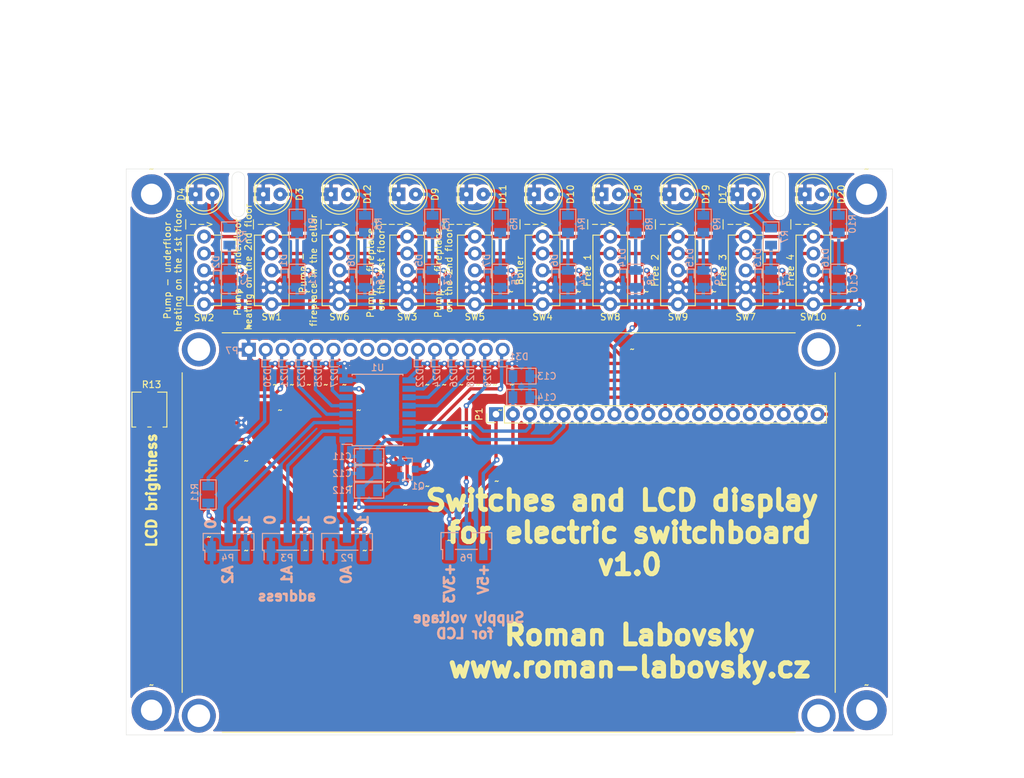
<source format=kicad_pcb>
(kicad_pcb (version 20171130) (host pcbnew "(5.1.6)-1")
  (layers (0 F.Cu signal) (31 B.Cu signal) (34 B.Paste user) (35 F.Paste user) (36 B.SilkS user) (37 F.SilkS user) (38 B.Mask user) (39 F.Mask user) (44 Edge.Cuts user))
  (net 0 "")
  (net 1 GND_A)
  (net 2 /SWITCH_PUMP_UNDERFLOOR_HEATING_SECOND_FOOR_3V3)
  (net 3 /SWITCH_PUMP_UNDERFLOOR_HEATING_FIRST_FOOR_3V3)
  (net 4 /SWITCH_PUMP_FIREPLACE_FIRST_FLOOR_3V3)
  (net 5 /SWITCH_BOILER_3V3)
  (net 6 /SWITCH_PUMP_FIREPLACE_SECOND_FLOOR_3V3)
  (net 7 /SWITCH_PUMP_FIREPLACE_CELLAR_3V3)
  (net 8 /SWITCH_FREE3_3V3)
  (net 9 /SWITCH_FREE1_3V3)
  (net 10 /SWITCH_FREE2_3V3)
  (net 11 /SWITCH_FREE4_3V3)
  (net 12 "Net-(D3-Pad2)")
  (net 13 "Net-(D4-Pad2)")
  (net 14 "Net-(D9-Pad2)")
  (net 15 "Net-(D10-Pad2)")
  (net 16 "Net-(D11-Pad2)")
  (net 17 "Net-(D12-Pad2)")
  (net 18 "Net-(D17-Pad2)")
  (net 19 "Net-(D18-Pad2)")
  (net 20 "Net-(D19-Pad2)")
  (net 21 "Net-(D20-Pad2)")
  (net 22 /VO)
  (net 23 /DB4)
  (net 24 /RS)
  (net 25 /DB5)
  (net 26 /RW)
  (net 27 /DB6)
  (net 28 /CS)
  (net 29 /DB7)
  (net 30 /LED_A)
  (net 31 /LED_K)
  (net 32 Earth_Protective)
  (net 33 OTHER_+5V)
  (net 34 /I2C_SCL)
  (net 35 /I2C_SDA)
  (net 36 "Net-(P2-Pad3)")
  (net 37 /PCF8574T_A0)
  (net 38 /PCF8574T_A1)
  (net 39 /PCF8574T_A2)
  (net 40 /P3_LED_K)
  (net 41 OTHER_+3V3_A)
  (net 42 OTHER_+3V3_B)
  (net 43 "Net-(P1-Pad7)")
  (net 44 "Net-(P7-Pad7)")
  (net 45 "Net-(P7-Pad8)")
  (net 46 "Net-(P7-Pad9)")
  (net 47 "Net-(P7-Pad10)")
  (net 48 "Net-(U1-Pad13)")
  (module via_pad_rl:via_pad_0.4x0.8 (layer F.Cu) (at 135.382 96.52)
    (fp_text reference ~ (at 0 3.175) (layer F.SilkS))
    (fp_text value ~)
    (pad ~ thru_hole circle (at 0 0) (size 0.8 0.8) (drill 0.4) (layers *.Cu *.Mask) (net 32 Earth_Protective))
  )
  (module lcd_rl:lcd_module_2004a_20x4 (layer F.Cu) (at 82.804 130.81)
    (fp_text reference P7 (at -41.529 -27.305) (layer B.SilkS) (effects (font (thickness 0.16)) (justify mirror)))
    (fp_text value 1x16_pin_header)
    (pad 1 thru_hole rect (at -39 -27.46) (size 2.1 2.1) (drill 1.2) (layers *.Cu *.Mask) (net 1 GND_A))
    (pad 2 thru_hole circle (at -36.46 -27.46) (size 2.1 2.1) (drill 1.2) (layers *.Cu *.Mask) (net 41 OTHER_+3V3_A))
    (pad 3 thru_hole circle (at -33.92 -27.46) (size 2.1 2.1) (drill 1.2) (layers *.Cu *.Mask) (net 22 /VO))
    (pad 4 thru_hole circle (at -31.38 -27.46) (size 2.1 2.1) (drill 1.2) (layers *.Cu *.Mask) (net 24 /RS))
    (pad 5 thru_hole circle (at -28.84 -27.46) (size 2.1 2.1) (drill 1.2) (layers *.Cu *.Mask) (net 26 /RW))
    (pad 6 thru_hole circle (at -26.3 -27.46) (size 2.1 2.1) (drill 1.2) (layers *.Cu *.Mask) (net 28 /CS))
    (pad 7 thru_hole circle (at -23.76 -27.46) (size 2.1 2.1) (drill 1.2) (layers *.Cu *.Mask) (net 44 "Net-(P7-Pad7)"))
    (pad 8 thru_hole circle (at -21.22 -27.46) (size 2.1 2.1) (drill 1.2) (layers *.Cu *.Mask) (net 45 "Net-(P7-Pad8)"))
    (pad 9 thru_hole circle (at -18.68 -27.46) (size 2.1 2.1) (drill 1.2) (layers *.Cu *.Mask) (net 46 "Net-(P7-Pad9)"))
    (pad 10 thru_hole circle (at -16.14 -27.46) (size 2.1 2.1) (drill 1.2) (layers *.Cu *.Mask) (net 47 "Net-(P7-Pad10)"))
    (pad 11 thru_hole circle (at -13.6 -27.46) (size 2.1 2.1) (drill 1.2) (layers *.Cu *.Mask) (net 23 /DB4))
    (pad 12 thru_hole circle (at -11.06 -27.46) (size 2.1 2.1) (drill 1.2) (layers *.Cu *.Mask) (net 25 /DB5))
    (pad 13 thru_hole circle (at -8.52 -27.46) (size 2.1 2.1) (drill 1.2) (layers *.Cu *.Mask) (net 27 /DB6))
    (pad 14 thru_hole circle (at -5.98 -27.46) (size 2.1 2.1) (drill 1.2) (layers *.Cu *.Mask) (net 29 /DB7))
    (pad 15 thru_hole circle (at -3.44 -27.46) (size 2.1 2.1) (drill 1.2) (layers *.Cu *.Mask) (net 30 /LED_A))
    (pad 16 thru_hole circle (at -0.9 -27.46) (size 2.1 2.1) (drill 1.2) (layers *.Cu *.Mask) (net 31 /LED_K))
    (pad S1 thru_hole circle (at -46.5 -27.5) (size 5.1 5.1) (drill 3.4) (layers *.Cu *.Mask))
    (pad S2 thru_hole circle (at 46.5 -27.5) (size 5.1 5.1) (drill 3.4) (layers *.Cu *.Mask))
    (pad S3 thru_hole circle (at -46.5 27.5) (size 5.1 5.1) (drill 3.4) (layers *.Cu *.Mask))
    (pad S4 thru_hole circle (at 46.5 27.5) (size 5.1 5.1) (drill 3.4) (layers *.Cu *.Mask))
  )
  (module trimmer_smd_rl:trimmer_ts53yj (layer F.Cu) (at 28.829 112.395 270)
    (fp_text reference R13 (at -3.81 -0.381) (layer F.SilkS) (effects (font (thickness 0.16))))
    (fp_text value 10k–20k)
    (pad 1 smd rect (at 1.942 -1.208 270) (size 2 1.3) (layers F.Cu F.Paste F.Mask) (net 1 GND_A))
    (pad 2 smd rect (at -2.058 -0.058 270) (size 2 2) (layers F.Cu F.Paste F.Mask) (net 22 /VO))
    (pad 3 smd rect (at 1.942 1.092 270) (size 2 1.3) (layers F.Cu F.Paste F.Mask) (net 41 OTHER_+3V3_A))
  )
  (module package_so_rl:so_16 (layer B.Cu) (at 63.119 112.395)
    (fp_text reference U1 (at 0 -6.35) (layer B.SilkS) (effects (font (thickness 0.16)) (justify mirror)))
    (fp_text value PCF8574T)
    (pad 4 smd rect (at -4.7325 0.635) (size 2 0.9) (layers B.Cu B.Paste B.Mask) (net 24 /RS))
    (pad 12 smd rect (at 4.7325 -0.635) (size 2 0.9) (layers B.Cu B.Paste B.Mask) (net 29 /DB7))
    (pad 14 smd rect (at 4.7325 1.905) (size 2 0.9) (layers B.Cu B.Paste B.Mask) (net 34 /I2C_SCL))
    (pad 10 smd rect (at 4.7325 -3.175) (size 2 0.9) (layers B.Cu B.Paste B.Mask) (net 25 /DB5))
    (pad 8 smd rect (at -4.7325 -4.445) (size 2 0.9) (layers B.Cu B.Paste B.Mask) (net 1 GND_A))
    (pad 1 smd rect (at -4.7325 4.445) (size 2 0.9) (layers B.Cu B.Paste B.Mask) (net 37 /PCF8574T_A0))
    (pad 2 smd rect (at -4.7325 3.175) (size 2 0.9) (layers B.Cu B.Paste B.Mask) (net 38 /PCF8574T_A1))
    (pad 6 smd rect (at -4.7325 -1.905) (size 2 0.9) (layers B.Cu B.Paste B.Mask) (net 28 /CS))
    (pad 3 smd rect (at -4.7325 1.905) (size 2 0.9) (layers B.Cu B.Paste B.Mask) (net 39 /PCF8574T_A2))
    (pad 7 smd rect (at -4.7325 -3.175) (size 2 0.9) (layers B.Cu B.Paste B.Mask) (net 40 /P3_LED_K))
    (pad 9 smd rect (at 4.7325 -4.445) (size 2 0.9) (layers B.Cu B.Paste B.Mask) (net 23 /DB4))
    (pad 11 smd rect (at 4.7325 -1.905) (size 2 0.9) (layers B.Cu B.Paste B.Mask) (net 27 /DB6))
    (pad 13 smd rect (at 4.7325 0.635) (size 2 0.9) (layers B.Cu B.Paste B.Mask) (net 48 "Net-(U1-Pad13)"))
    (pad 15 smd rect (at 4.7325 3.175) (size 2 0.9) (layers B.Cu B.Paste B.Mask) (net 35 /I2C_SDA))
    (pad 16 smd rect (at 4.7325 4.445) (size 2 0.9) (layers B.Cu B.Paste B.Mask) (net 41 OTHER_+3V3_A))
    (pad 5 smd rect (at -4.7325 -0.635) (size 2 0.9) (layers B.Cu B.Paste B.Mask) (net 26 /RW))
  )
  (module mounting_hole_pad_rl:mounting_hole_pad_3.2x6mm (layer F.Cu) (at 29.21 157.48)
    (fp_text reference ~ (at 0 -3.81) (layer F.SilkS) (effects (font (thickness 0.16))))
    (fp_text value mounting_hole_pad_3.2x6mm)
    (pad "" thru_hole circle (at 0 0) (size 6 6) (drill 3.2) (layers *.Cu *.Mask))
  )
  (module mounting_hole_pad_rl:mounting_hole_pad_3.2x6mm (layer F.Cu) (at 136.525 157.48)
    (fp_text reference ~ (at 0 -3.81) (layer F.SilkS) (effects (font (thickness 0.16))))
    (fp_text value mounting_hole_pad_3.2x6mm)
    (pad "" thru_hole circle (at 0 0) (size 6 6) (drill 3.2) (layers *.Cu *.Mask))
  )
  (module mounting_hole_pad_rl:mounting_hole_pad_3.2x6mm (layer F.Cu) (at 136.525 80.01)
    (fp_text reference ~ (at 0 -3.81) (layer F.SilkS) (effects (font (thickness 0.16))))
    (fp_text value mounting_hole_pad_3.2x6mm)
    (pad "" thru_hole circle (at 0 0) (size 6 6) (drill 3.2) (layers *.Cu *.Mask))
  )
  (module mounting_hole_pad_rl:mounting_hole_pad_3.2x6mm (layer F.Cu) (at 29.21 80.01)
    (fp_text reference ~ (at 0 -3.81) (layer F.SilkS) (effects (font (thickness 0.16))))
    (fp_text value mounting_hole_pad_3.2x6mm)
    (pad "" thru_hole circle (at 0 0) (size 6 6) (drill 3.2) (layers *.Cu *.Mask))
  )
  (module via_pad_rl:via_pad_0.4x0.8 (layer F.Cu) (at 101.346 100.076)
    (fp_text reference ~ (at 0 3.175) (layer F.SilkS))
    (fp_text value ~)
    (pad ~ thru_hole circle (at 0 0) (size 0.8 0.8) (drill 0.4) (layers *.Cu *.Mask) (net 42 OTHER_+3V3_B))
  )
  (module via_pad_rl:via_pad_0.4x0.8 (layer F.Cu) (at 48.514 109.22)
    (fp_text reference ~ (at 0 3.175) (layer F.SilkS))
    (fp_text value ~)
    (pad ~ thru_hole circle (at 0 0) (size 0.8 0.8) (drill 0.4) (layers *.Cu *.Mask) (net 22 /VO))
  )
  (module via_pad_rl:via_pad_0.4x0.8 (layer F.Cu) (at 42.672 114.3)
    (fp_text reference ~ (at 0 3.175) (layer F.SilkS))
    (fp_text value ~)
    (pad ~ thru_hole circle (at 0 0) (size 0.8 0.8) (drill 0.4) (layers *.Cu *.Mask) (net 1 GND_A))
  )
  (module via_pad_rl:via_pad_0.4x0.8 (layer F.Cu) (at 43.434 116.84)
    (fp_text reference ~ (at 0 3.175) (layer F.SilkS))
    (fp_text value ~)
    (pad ~ thru_hole circle (at 0 0) (size 0.8 0.8) (drill 0.4) (layers *.Cu *.Mask) (net 41 OTHER_+3V3_A))
  )
  (module via_pad_rl:via_pad_0.4x0.8 (layer F.Cu) (at 37.846 128.27)
    (fp_text reference ~ (at 0 3.175) (layer F.SilkS))
    (fp_text value ~)
    (pad ~ thru_hole circle (at 0 0) (size 0.8 0.8) (drill 0.4) (layers *.Cu *.Mask) (net 36 "Net-(P2-Pad3)"))
  )
  (module via_pad_rl:via_pad_0.4x0.8 (layer F.Cu) (at 43.434 130.302)
    (fp_text reference ~ (at 0 3.175) (layer F.SilkS))
    (fp_text value ~)
    (pad ~ thru_hole circle (at 0 0) (size 0.8 0.8) (drill 0.4) (layers *.Cu *.Mask) (net 36 "Net-(P2-Pad3)"))
  )
  (module via_pad_rl:via_pad_0.4x0.8 (layer F.Cu) (at 52.324 130.302)
    (fp_text reference ~ (at 0 3.175) (layer F.SilkS))
    (fp_text value ~)
    (pad ~ thru_hole circle (at 0 0) (size 0.8 0.8) (drill 0.4) (layers *.Cu *.Mask) (net 36 "Net-(P2-Pad3)"))
  )
  (module via_pad_rl:via_pad_0.4x0.8 (layer F.Cu) (at 61.214 130.302)
    (fp_text reference ~ (at 0 3.175) (layer F.SilkS))
    (fp_text value ~)
    (pad ~ thru_hole circle (at 0 0) (size 0.8 0.8) (drill 0.4) (layers *.Cu *.Mask) (net 36 "Net-(P2-Pad3)"))
  )
  (module via_pad_rl:via_pad_0.4x0.8 (layer F.Cu) (at 81.026 119.888)
    (fp_text reference ~ (at 0 3.175) (layer F.SilkS))
    (fp_text value ~)
    (pad ~ thru_hole circle (at 0 0) (size 0.8 0.8) (drill 0.4) (layers *.Cu *.Mask) (net 33 OTHER_+5V))
  )
  (module via_pad_rl:via_pad_0.4x0.8 (layer F.Cu) (at 73.914 128.778)
    (fp_text reference ~ (at 0 3.175) (layer F.SilkS))
    (fp_text value ~)
    (pad ~ thru_hole circle (at 0 0) (size 0.8 0.8) (drill 0.4) (layers *.Cu *.Mask) (net 41 OTHER_+3V3_A))
  )
  (module via_pad_rl:via_pad_0.4x0.8 (layer F.Cu) (at 76.454 123.19)
    (fp_text reference ~ (at 0 3.175) (layer F.SilkS))
    (fp_text value ~)
    (pad ~ thru_hole circle (at 0 0) (size 0.8 0.8) (drill 0.4) (layers *.Cu *.Mask) (net 30 /LED_A))
  )
  (module via_pad_rl:via_pad_0.4x0.8 (layer F.Cu) (at 60.325 127)
    (fp_text reference ~ (at 0 3.175) (layer F.SilkS))
    (fp_text value ~)
    (pad ~ thru_hole circle (at 0 0) (size 0.8 0.8) (drill 0.4) (layers *.Cu *.Mask) (net 41 OTHER_+3V3_A))
  )
  (module via_pad_rl:via_pad_0.4x0.8 (layer F.Cu) (at 64.77 120.015)
    (fp_text reference ~ (at 0 3.175) (layer F.SilkS))
    (fp_text value ~)
    (pad ~ thru_hole circle (at 0 0) (size 0.8 0.8) (drill 0.4) (layers *.Cu *.Mask) (net 1 GND_A))
  )
  (module via_pad_rl:via_pad_0.4x0.8 (layer F.Cu) (at 59.055 120.65)
    (fp_text reference ~ (at 0 3.175) (layer F.SilkS))
    (fp_text value ~)
    (pad ~ thru_hole circle (at 0 0) (size 0.8 0.8) (drill 0.4) (layers *.Cu *.Mask) (net 1 GND_A))
  )
  (module via_pad_rl:via_pad_0.4x0.8 (layer F.Cu) (at 60.325 109.22)
    (fp_text reference ~ (at 0 3.175) (layer F.SilkS))
    (fp_text value ~)
    (pad ~ thru_hole circle (at 0 0) (size 0.8 0.8) (drill 0.4) (layers *.Cu *.Mask) (net 40 /P3_LED_K))
  )
  (module via_pad_rl:via_pad_0.4x0.8 (layer F.Cu) (at 67.31 123.444)
    (fp_text reference ~ (at 0 3.175) (layer F.SilkS))
    (fp_text value ~)
    (pad ~ thru_hole circle (at 0 0) (size 0.8 0.8) (drill 0.4) (layers *.Cu *.Mask) (net 40 /P3_LED_K))
  )
  (module via_pad_rl:via_pad_0.4x0.8 (layer F.Cu) (at 70.612 120.65)
    (fp_text reference ~ (at 0 3.175) (layer F.SilkS))
    (fp_text value ~)
    (pad ~ thru_hole circle (at 0 0) (size 0.8 0.8) (drill 0.4) (layers *.Cu *.Mask) (net 31 /LED_K))
  )
  (module via_pad_rl:via_pad_0.4x0.8 (layer F.Cu) (at 81.534 109.22)
    (fp_text reference ~ (at 0 3.175) (layer F.SilkS))
    (fp_text value ~)
    (pad ~ thru_hole circle (at 0 0) (size 0.8 0.8) (drill 0.4) (layers *.Cu *.Mask) (net 31 /LED_K))
  )
  (module via_pad_rl:via_pad_0.4x0.8 (layer F.Cu) (at 76.454 111.76)
    (fp_text reference ~ (at 0 3.175) (layer F.SilkS))
    (fp_text value ~)
    (pad ~ thru_hole circle (at 0 0) (size 0.8 0.8) (drill 0.4) (layers *.Cu *.Mask) (net 30 /LED_A))
  )
  (module via_pad_rl:via_pad_0.4x0.8 (layer F.Cu) (at 83.312 105.41)
    (fp_text reference ~ (at 0 3.175) (layer F.SilkS))
    (fp_text value ~)
    (pad ~ thru_hole circle (at 0 0) (size 0.8 0.8) (drill 0.4) (layers *.Cu *.Mask) (net 1 GND_A))
  )
  (module via_pad_rl:via_pad_0.4x0.8 (layer F.Cu) (at 80.772 105.41)
    (fp_text reference ~ (at 0 3.175) (layer F.SilkS))
    (fp_text value ~)
    (pad ~ thru_hole circle (at 0 0) (size 0.8 0.8) (drill 0.4) (layers *.Cu *.Mask) (net 1 GND_A))
  )
  (module via_pad_rl:via_pad_0.4x0.8 (layer F.Cu) (at 78.232 105.41)
    (fp_text reference ~ (at 0 3.175) (layer F.SilkS))
    (fp_text value ~)
    (pad ~ thru_hole circle (at 0 0) (size 0.8 0.8) (drill 0.4) (layers *.Cu *.Mask) (net 1 GND_A))
  )
  (module via_pad_rl:via_pad_0.4x0.8 (layer F.Cu) (at 75.692 105.41)
    (fp_text reference ~ (at 0 3.175) (layer F.SilkS))
    (fp_text value ~)
    (pad ~ thru_hole circle (at 0 0) (size 0.8 0.8) (drill 0.4) (layers *.Cu *.Mask) (net 1 GND_A))
  )
  (module via_pad_rl:via_pad_0.4x0.8 (layer F.Cu) (at 73.152 105.41)
    (fp_text reference ~ (at 0 3.175) (layer F.SilkS))
    (fp_text value ~)
    (pad ~ thru_hole circle (at 0 0) (size 0.8 0.8) (drill 0.4) (layers *.Cu *.Mask) (net 1 GND_A))
  )
  (module via_pad_rl:via_pad_0.4x0.8 (layer F.Cu) (at 70.612 105.41)
    (fp_text reference ~ (at 0 3.175) (layer F.SilkS))
    (fp_text value ~)
    (pad ~ thru_hole circle (at 0 0) (size 0.8 0.8) (drill 0.4) (layers *.Cu *.Mask) (net 1 GND_A))
  )
  (module via_pad_rl:via_pad_0.4x0.8 (layer F.Cu) (at 58.166 105.41)
    (fp_text reference ~ (at 0 3.175) (layer F.SilkS))
    (fp_text value ~)
    (pad ~ thru_hole circle (at 0 0) (size 0.8 0.8) (drill 0.4) (layers *.Cu *.Mask) (net 1 GND_A))
  )
  (module via_pad_rl:via_pad_0.4x0.8 (layer F.Cu) (at 55.372 105.41)
    (fp_text reference ~ (at 0 3.175) (layer F.SilkS))
    (fp_text value ~)
    (pad ~ thru_hole circle (at 0 0) (size 0.8 0.8) (drill 0.4) (layers *.Cu *.Mask) (net 1 GND_A))
  )
  (module via_pad_rl:via_pad_0.4x0.8 (layer F.Cu) (at 52.832 105.41)
    (fp_text reference ~ (at 0 3.175) (layer F.SilkS))
    (fp_text value ~)
    (pad ~ thru_hole circle (at 0 0) (size 0.8 0.8) (drill 0.4) (layers *.Cu *.Mask) (net 1 GND_A))
  )
  (module via_pad_rl:via_pad_0.4x0.8 (layer F.Cu) (at 50.292 105.41)
    (fp_text reference ~ (at 0 3.175) (layer F.SilkS))
    (fp_text value ~)
    (pad ~ thru_hole circle (at 0 0) (size 0.8 0.8) (drill 0.4) (layers *.Cu *.Mask) (net 1 GND_A))
  )
  (module via_pad_rl:via_pad_0.4x0.8 (layer F.Cu) (at 47.752 105.41)
    (fp_text reference ~ (at 0 3.175) (layer F.SilkS))
    (fp_text value ~)
    (pad ~ thru_hole circle (at 0 0) (size 0.8 0.8) (drill 0.4) (layers *.Cu *.Mask) (net 1 GND_A))
  )
  (module via_pad_rl:via_pad_0.4x0.8 (layer F.Cu) (at 133.985 91.44)
    (fp_text reference ~ (at 0 3.175) (layer F.SilkS))
    (fp_text value ~)
    (pad ~ thru_hole circle (at 0 0) (size 0.8 0.8) (drill 0.4) (layers *.Cu *.Mask) (net 11 /SWITCH_FREE4_3V3))
  )
  (module via_pad_rl:via_pad_0.4x0.8 (layer F.Cu) (at 123.825 91.44)
    (fp_text reference ~ (at 0 3.175) (layer F.SilkS))
    (fp_text value ~)
    (pad ~ thru_hole circle (at 0 0) (size 0.8 0.8) (drill 0.4) (layers *.Cu *.Mask) (net 8 /SWITCH_FREE3_3V3))
  )
  (module via_pad_rl:via_pad_0.4x0.8 (layer F.Cu) (at 113.665 91.44)
    (fp_text reference ~ (at 0 3.175) (layer F.SilkS))
    (fp_text value ~)
    (pad ~ thru_hole circle (at 0 0) (size 0.8 0.8) (drill 0.4) (layers *.Cu *.Mask) (net 10 /SWITCH_FREE2_3V3))
  )
  (module via_pad_rl:via_pad_0.4x0.8 (layer F.Cu) (at 103.505 91.44)
    (fp_text reference ~ (at 0 3.175) (layer F.SilkS))
    (fp_text value ~)
    (pad ~ thru_hole circle (at 0 0) (size 0.8 0.8) (drill 0.4) (layers *.Cu *.Mask) (net 9 /SWITCH_FREE1_3V3))
  )
  (module via_pad_rl:via_pad_0.4x0.8 (layer F.Cu) (at 93.345 91.44)
    (fp_text reference ~ (at 0 3.175) (layer F.SilkS))
    (fp_text value ~)
    (pad ~ thru_hole circle (at 0 0) (size 0.8 0.8) (drill 0.4) (layers *.Cu *.Mask) (net 5 /SWITCH_BOILER_3V3))
  )
  (module via_pad_rl:via_pad_0.4x0.8 (layer F.Cu) (at 83.185 91.44)
    (fp_text reference ~ (at 0 3.175) (layer F.SilkS))
    (fp_text value ~)
    (pad ~ thru_hole circle (at 0 0) (size 0.8 0.8) (drill 0.4) (layers *.Cu *.Mask) (net 6 /SWITCH_PUMP_FIREPLACE_SECOND_FLOOR_3V3))
  )
  (module via_pad_rl:via_pad_0.4x0.8 (layer F.Cu) (at 73.025 91.44)
    (fp_text reference ~ (at 0 3.175) (layer F.SilkS))
    (fp_text value ~)
    (pad ~ thru_hole circle (at 0 0) (size 0.8 0.8) (drill 0.4) (layers *.Cu *.Mask) (net 4 /SWITCH_PUMP_FIREPLACE_FIRST_FLOOR_3V3))
  )
  (module via_pad_rl:via_pad_0.4x0.8 (layer F.Cu) (at 62.865 91.44)
    (fp_text reference ~ (at 0 3.175) (layer F.SilkS))
    (fp_text value ~)
    (pad ~ thru_hole circle (at 0 0) (size 0.8 0.8) (drill 0.4) (layers *.Cu *.Mask) (net 7 /SWITCH_PUMP_FIREPLACE_CELLAR_3V3))
  )
  (module via_pad_rl:via_pad_0.4x0.8 (layer F.Cu) (at 52.705 91.44)
    (fp_text reference ~ (at 0 3.175) (layer F.SilkS))
    (fp_text value ~)
    (pad ~ thru_hole circle (at 0 0) (size 0.8 0.8) (drill 0.4) (layers *.Cu *.Mask) (net 2 /SWITCH_PUMP_UNDERFLOOR_HEATING_SECOND_FOOR_3V3))
  )
  (module via_pad_rl:via_pad_0.4x0.8 (layer F.Cu) (at 42.545 91.44)
    (fp_text reference ~ (at 0 3.175) (layer F.SilkS))
    (fp_text value ~)
    (pad ~ thru_hole circle (at 0 0) (size 0.8 0.8) (drill 0.4) (layers *.Cu *.Mask) (net 3 /SWITCH_PUMP_UNDERFLOOR_HEATING_FIRST_FOOR_3V3))
  )
  (module switch_tht_rl:SMTS-102-2C2T (layer F.Cu) (at 128.524 91.44 270)
    (fp_text reference SW10 (at 6.985 0 180) (layer F.SilkS) (effects (font (thickness 0.16))))
    (fp_text value SMTS-102-2C2T)
    (pad 5 thru_hole circle (at 5.08 0) (size 2.1 2.1) (drill 1.1) (layers *.Cu *.Mask) (net 32 Earth_Protective))
    (pad 1 thru_hole circle (at -5.08 0 270) (size 2.1 2.1) (drill 1.1) (layers *.Cu *.Mask) (net 32 Earth_Protective))
    (pad 3 thru_hole circle (at 0 0 270) (size 2.1 2.1) (drill 1.1) (layers *.Cu *.Mask) (net 11 /SWITCH_FREE4_3V3))
    (pad 2 thru_hole circle (at -2.54 0 270) (size 2.1 2.1) (drill 1.1) (layers *.Cu *.Mask) (net 42 OTHER_+3V3_B))
    (pad 4 thru_hole circle (at 2.54 0) (size 2.1 2.1) (drill 1.1) (layers *.Cu *.Mask) (net 1 GND_A))
  )
  (module switch_tht_rl:SMTS-102-2C2T (layer F.Cu) (at 108.204 91.44 270)
    (fp_text reference SW9 (at 6.985 0 180) (layer F.SilkS) (effects (font (thickness 0.16))))
    (fp_text value SMTS-102-2C2T)
    (pad 5 thru_hole circle (at 5.08 0) (size 2.1 2.1) (drill 1.1) (layers *.Cu *.Mask) (net 32 Earth_Protective))
    (pad 1 thru_hole circle (at -5.08 0 270) (size 2.1 2.1) (drill 1.1) (layers *.Cu *.Mask) (net 32 Earth_Protective))
    (pad 3 thru_hole circle (at 0 0 270) (size 2.1 2.1) (drill 1.1) (layers *.Cu *.Mask) (net 10 /SWITCH_FREE2_3V3))
    (pad 2 thru_hole circle (at -2.54 0 270) (size 2.1 2.1) (drill 1.1) (layers *.Cu *.Mask) (net 42 OTHER_+3V3_B))
    (pad 4 thru_hole circle (at 2.54 0) (size 2.1 2.1) (drill 1.1) (layers *.Cu *.Mask) (net 1 GND_A))
  )
  (module switch_tht_rl:SMTS-102-2C2T (layer F.Cu) (at 98.044 91.44 270)
    (fp_text reference SW8 (at 6.985 0 180) (layer F.SilkS) (effects (font (thickness 0.16))))
    (fp_text value SMTS-102-2C2T)
    (pad 5 thru_hole circle (at 5.08 0) (size 2.1 2.1) (drill 1.1) (layers *.Cu *.Mask) (net 32 Earth_Protective))
    (pad 1 thru_hole circle (at -5.08 0 270) (size 2.1 2.1) (drill 1.1) (layers *.Cu *.Mask) (net 32 Earth_Protective))
    (pad 3 thru_hole circle (at 0 0 270) (size 2.1 2.1) (drill 1.1) (layers *.Cu *.Mask) (net 9 /SWITCH_FREE1_3V3))
    (pad 2 thru_hole circle (at -2.54 0 270) (size 2.1 2.1) (drill 1.1) (layers *.Cu *.Mask) (net 42 OTHER_+3V3_B))
    (pad 4 thru_hole circle (at 2.54 0) (size 2.1 2.1) (drill 1.1) (layers *.Cu *.Mask) (net 1 GND_A))
  )
  (module switch_tht_rl:SMTS-102-2C2T (layer F.Cu) (at 118.364 91.44 270)
    (fp_text reference SW7 (at 6.985 0 180) (layer F.SilkS) (effects (font (thickness 0.16))))
    (fp_text value SMTS-102-2C2T)
    (pad 5 thru_hole circle (at 5.08 0) (size 2.1 2.1) (drill 1.1) (layers *.Cu *.Mask) (net 32 Earth_Protective))
    (pad 1 thru_hole circle (at -5.08 0 270) (size 2.1 2.1) (drill 1.1) (layers *.Cu *.Mask) (net 32 Earth_Protective))
    (pad 3 thru_hole circle (at 0 0 270) (size 2.1 2.1) (drill 1.1) (layers *.Cu *.Mask) (net 8 /SWITCH_FREE3_3V3))
    (pad 2 thru_hole circle (at -2.54 0 270) (size 2.1 2.1) (drill 1.1) (layers *.Cu *.Mask) (net 42 OTHER_+3V3_B))
    (pad 4 thru_hole circle (at 2.54 0) (size 2.1 2.1) (drill 1.1) (layers *.Cu *.Mask) (net 1 GND_A))
  )
  (module switch_tht_rl:SMTS-102-2C2T (layer F.Cu) (at 57.404 91.44 270)
    (fp_text reference SW6 (at 6.985 0 180) (layer F.SilkS) (effects (font (thickness 0.16))))
    (fp_text value SMTS-102-2C2T)
    (pad 5 thru_hole circle (at 5.08 0) (size 2.1 2.1) (drill 1.1) (layers *.Cu *.Mask) (net 32 Earth_Protective))
    (pad 1 thru_hole circle (at -5.08 0 270) (size 2.1 2.1) (drill 1.1) (layers *.Cu *.Mask) (net 32 Earth_Protective))
    (pad 3 thru_hole circle (at 0 0 270) (size 2.1 2.1) (drill 1.1) (layers *.Cu *.Mask) (net 7 /SWITCH_PUMP_FIREPLACE_CELLAR_3V3))
    (pad 2 thru_hole circle (at -2.54 0 270) (size 2.1 2.1) (drill 1.1) (layers *.Cu *.Mask) (net 42 OTHER_+3V3_B))
    (pad 4 thru_hole circle (at 2.54 0) (size 2.1 2.1) (drill 1.1) (layers *.Cu *.Mask) (net 1 GND_A))
  )
  (module switch_tht_rl:SMTS-102-2C2T (layer F.Cu) (at 77.724 91.44 270)
    (fp_text reference SW5 (at 6.985 0 180) (layer F.SilkS) (effects (font (thickness 0.16))))
    (fp_text value SMTS-102-2C2T)
    (pad 5 thru_hole circle (at 5.08 0) (size 2.1 2.1) (drill 1.1) (layers *.Cu *.Mask) (net 32 Earth_Protective))
    (pad 1 thru_hole circle (at -5.08 0 270) (size 2.1 2.1) (drill 1.1) (layers *.Cu *.Mask) (net 32 Earth_Protective))
    (pad 3 thru_hole circle (at 0 0 270) (size 2.1 2.1) (drill 1.1) (layers *.Cu *.Mask) (net 6 /SWITCH_PUMP_FIREPLACE_SECOND_FLOOR_3V3))
    (pad 2 thru_hole circle (at -2.54 0 270) (size 2.1 2.1) (drill 1.1) (layers *.Cu *.Mask) (net 42 OTHER_+3V3_B))
    (pad 4 thru_hole circle (at 2.54 0) (size 2.1 2.1) (drill 1.1) (layers *.Cu *.Mask) (net 1 GND_A))
  )
  (module switch_tht_rl:SMTS-102-2C2T (layer F.Cu) (at 87.884 91.44 270)
    (fp_text reference SW4 (at 6.985 0) (layer F.SilkS) (effects (font (thickness 0.16))))
    (fp_text value SMTS-102-2C2T)
    (pad 5 thru_hole circle (at 5.08 0) (size 2.1 2.1) (drill 1.1) (layers *.Cu *.Mask) (net 32 Earth_Protective))
    (pad 1 thru_hole circle (at -5.08 0 270) (size 2.1 2.1) (drill 1.1) (layers *.Cu *.Mask) (net 32 Earth_Protective))
    (pad 3 thru_hole circle (at 0 0 270) (size 2.1 2.1) (drill 1.1) (layers *.Cu *.Mask) (net 5 /SWITCH_BOILER_3V3))
    (pad 2 thru_hole circle (at -2.54 0 270) (size 2.1 2.1) (drill 1.1) (layers *.Cu *.Mask) (net 42 OTHER_+3V3_B))
    (pad 4 thru_hole circle (at 2.54 0) (size 2.1 2.1) (drill 1.1) (layers *.Cu *.Mask) (net 1 GND_A))
  )
  (module switch_tht_rl:SMTS-102-2C2T (layer F.Cu) (at 67.564 91.44 270)
    (fp_text reference SW3 (at 6.985 0 180) (layer F.SilkS) (effects (font (thickness 0.16))))
    (fp_text value SMTS-102-2C2T)
    (pad 5 thru_hole circle (at 5.08 0) (size 2.1 2.1) (drill 1.1) (layers *.Cu *.Mask) (net 32 Earth_Protective))
    (pad 1 thru_hole circle (at -5.08 0 270) (size 2.1 2.1) (drill 1.1) (layers *.Cu *.Mask) (net 32 Earth_Protective))
    (pad 3 thru_hole circle (at 0 0 270) (size 2.1 2.1) (drill 1.1) (layers *.Cu *.Mask) (net 4 /SWITCH_PUMP_FIREPLACE_FIRST_FLOOR_3V3))
    (pad 2 thru_hole circle (at -2.54 0 270) (size 2.1 2.1) (drill 1.1) (layers *.Cu *.Mask) (net 42 OTHER_+3V3_B))
    (pad 4 thru_hole circle (at 2.54 0) (size 2.1 2.1) (drill 1.1) (layers *.Cu *.Mask) (net 1 GND_A))
  )
  (module switch_tht_rl:SMTS-102-2C2T (layer F.Cu) (at 37.084 91.44 270)
    (fp_text reference SW2 (at 7.112 0 180) (layer F.SilkS) (effects (font (thickness 0.16))))
    (fp_text value SMTS-102-2C2T)
    (pad 5 thru_hole circle (at 5.08 0) (size 2.1 2.1) (drill 1.1) (layers *.Cu *.Mask) (net 32 Earth_Protective))
    (pad 1 thru_hole circle (at -5.08 0 270) (size 2.1 2.1) (drill 1.1) (layers *.Cu *.Mask) (net 32 Earth_Protective))
    (pad 3 thru_hole circle (at 0 0 270) (size 2.1 2.1) (drill 1.1) (layers *.Cu *.Mask) (net 3 /SWITCH_PUMP_UNDERFLOOR_HEATING_FIRST_FOOR_3V3))
    (pad 2 thru_hole circle (at -2.54 0 270) (size 2.1 2.1) (drill 1.1) (layers *.Cu *.Mask) (net 42 OTHER_+3V3_B))
    (pad 4 thru_hole circle (at 2.54 0) (size 2.1 2.1) (drill 1.1) (layers *.Cu *.Mask) (net 1 GND_A))
  )
  (module switch_tht_rl:SMTS-102-2C2T (layer F.Cu) (at 47.244 91.44 270)
    (fp_text reference SW1 (at 6.985 0 180) (layer F.SilkS) (effects (font (thickness 0.16))))
    (fp_text value SMTS-102-2C2T)
    (pad 5 thru_hole circle (at 5.08 0) (size 2.1 2.1) (drill 1.1) (layers *.Cu *.Mask) (net 32 Earth_Protective))
    (pad 1 thru_hole circle (at -5.08 0 270) (size 2.1 2.1) (drill 1.1) (layers *.Cu *.Mask) (net 32 Earth_Protective))
    (pad 3 thru_hole circle (at 0 0 270) (size 2.1 2.1) (drill 1.1) (layers *.Cu *.Mask) (net 2 /SWITCH_PUMP_UNDERFLOOR_HEATING_SECOND_FOOR_3V3))
    (pad 2 thru_hole circle (at -2.54 0 270) (size 2.1 2.1) (drill 1.1) (layers *.Cu *.Mask) (net 42 OTHER_+3V3_B))
    (pad 4 thru_hole circle (at 2.54 0) (size 2.1 2.1) (drill 1.1) (layers *.Cu *.Mask) (net 1 GND_A))
  )
  (module resistor_smd_rl:r_1206 (layer B.Cu) (at 61.849 124.46)
    (fp_text reference R12 (at -4.064 0) (layer B.SilkS) (effects (font (thickness 0.16)) (justify mirror)))
    (fp_text value 10k)
    (pad 2 smd trapezoid (at 1.27 0) (size 1.3 1.8) (layers B.Cu B.Paste B.Mask) (net 40 /P3_LED_K))
    (pad 1 smd trapezoid (at -1.27 0) (size 1.3 1.8) (layers B.Cu B.Paste B.Mask) (net 41 OTHER_+3V3_A))
  )
  (module resistor_smd_rl:r_1206 (layer B.Cu) (at 37.719 125.095 270)
    (fp_text reference R11 (at -0.254 2.032 90) (layer B.SilkS) (effects (font (thickness 0.16)) (justify mirror)))
    (fp_text value 10k)
    (pad 2 smd trapezoid (at 1.27 0 270) (size 1.3 1.8) (layers B.Cu B.Paste B.Mask) (net 36 "Net-(P2-Pad3)"))
    (pad 1 smd trapezoid (at -1.27 0 270) (size 1.3 1.8) (layers B.Cu B.Paste B.Mask) (net 41 OTHER_+3V3_A))
  )
  (module resistor_smd_rl:r_1206 (layer B.Cu) (at 132.334 84.455 90)
    (fp_text reference R10 (at 0 2.032 90) (layer B.SilkS) (effects (font (thickness 0.16)) (justify mirror)))
    (fp_text value 30R)
    (pad 2 smd trapezoid (at 1.27 0 90) (size 1.3 1.8) (layers B.Cu B.Paste B.Mask) (net 21 "Net-(D20-Pad2)"))
    (pad 1 smd trapezoid (at -1.27 0 90) (size 1.3 1.8) (layers B.Cu B.Paste B.Mask) (net 11 /SWITCH_FREE4_3V3))
  )
  (module resistor_smd_rl:r_1206 (layer B.Cu) (at 112.014 84.455 90)
    (fp_text reference R9 (at 0 2.032 90) (layer B.SilkS) (effects (font (thickness 0.16)) (justify mirror)))
    (fp_text value 30R)
    (pad 2 smd trapezoid (at 1.27 0 90) (size 1.3 1.8) (layers B.Cu B.Paste B.Mask) (net 20 "Net-(D19-Pad2)"))
    (pad 1 smd trapezoid (at -1.27 0 90) (size 1.3 1.8) (layers B.Cu B.Paste B.Mask) (net 10 /SWITCH_FREE2_3V3))
  )
  (module resistor_smd_rl:r_1206 (layer B.Cu) (at 101.854 84.455 90)
    (fp_text reference R8 (at 0 2.032 90) (layer B.SilkS) (effects (font (thickness 0.16)) (justify mirror)))
    (fp_text value 30R)
    (pad 2 smd trapezoid (at 1.27 0 90) (size 1.3 1.8) (layers B.Cu B.Paste B.Mask) (net 19 "Net-(D18-Pad2)"))
    (pad 1 smd trapezoid (at -1.27 0 90) (size 1.3 1.8) (layers B.Cu B.Paste B.Mask) (net 9 /SWITCH_FREE1_3V3))
  )
  (module resistor_smd_rl:r_1206 (layer B.Cu) (at 122.174 86.36 90)
    (fp_text reference R7 (at 0 2.032 90) (layer B.SilkS) (effects (font (thickness 0.16)) (justify mirror)))
    (fp_text value 30R)
    (pad 2 smd trapezoid (at 1.27 0 90) (size 1.3 1.8) (layers B.Cu B.Paste B.Mask) (net 18 "Net-(D17-Pad2)"))
    (pad 1 smd trapezoid (at -1.27 0 90) (size 1.3 1.8) (layers B.Cu B.Paste B.Mask) (net 8 /SWITCH_FREE3_3V3))
  )
  (module resistor_smd_rl:r_1206 (layer B.Cu) (at 61.214 84.455 90)
    (fp_text reference R6 (at 0 2.032 90) (layer B.SilkS) (effects (font (thickness 0.16)) (justify mirror)))
    (fp_text value 30R)
    (pad 2 smd trapezoid (at 1.27 0 90) (size 1.3 1.8) (layers B.Cu B.Paste B.Mask) (net 17 "Net-(D12-Pad2)"))
    (pad 1 smd trapezoid (at -1.27 0 90) (size 1.3 1.8) (layers B.Cu B.Paste B.Mask) (net 7 /SWITCH_PUMP_FIREPLACE_CELLAR_3V3))
  )
  (module resistor_smd_rl:r_1206 (layer B.Cu) (at 81.534 84.455 90)
    (fp_text reference R5 (at 0 2.032 90) (layer B.SilkS) (effects (font (thickness 0.16)) (justify mirror)))
    (fp_text value 30R)
    (pad 2 smd trapezoid (at 1.27 0 90) (size 1.3 1.8) (layers B.Cu B.Paste B.Mask) (net 16 "Net-(D11-Pad2)"))
    (pad 1 smd trapezoid (at -1.27 0 90) (size 1.3 1.8) (layers B.Cu B.Paste B.Mask) (net 6 /SWITCH_PUMP_FIREPLACE_SECOND_FLOOR_3V3))
  )
  (module resistor_smd_rl:r_1206 (layer B.Cu) (at 91.694 84.455 90)
    (fp_text reference R4 (at 0 2.032 90) (layer B.SilkS) (effects (font (thickness 0.16)) (justify mirror)))
    (fp_text value 30R)
    (pad 2 smd trapezoid (at 1.27 0 90) (size 1.3 1.8) (layers B.Cu B.Paste B.Mask) (net 15 "Net-(D10-Pad2)"))
    (pad 1 smd trapezoid (at -1.27 0 90) (size 1.3 1.8) (layers B.Cu B.Paste B.Mask) (net 5 /SWITCH_BOILER_3V3))
  )
  (module resistor_smd_rl:r_1206 (layer B.Cu) (at 71.374 84.455 90)
    (fp_text reference R3 (at 0 2.032 90) (layer B.SilkS) (effects (font (thickness 0.16)) (justify mirror)))
    (fp_text value 30R)
    (pad 2 smd trapezoid (at 1.27 0 90) (size 1.3 1.8) (layers B.Cu B.Paste B.Mask) (net 14 "Net-(D9-Pad2)"))
    (pad 1 smd trapezoid (at -1.27 0 90) (size 1.3 1.8) (layers B.Cu B.Paste B.Mask) (net 4 /SWITCH_PUMP_FIREPLACE_FIRST_FLOOR_3V3))
  )
  (module resistor_smd_rl:r_1206 (layer B.Cu) (at 40.894 86.36 90)
    (fp_text reference R2 (at 0 2.032 90) (layer B.SilkS) (effects (font (thickness 0.16)) (justify mirror)))
    (fp_text value 30R)
    (pad 2 smd trapezoid (at 1.27 0 90) (size 1.3 1.8) (layers B.Cu B.Paste B.Mask) (net 13 "Net-(D4-Pad2)"))
    (pad 1 smd trapezoid (at -1.27 0 90) (size 1.3 1.8) (layers B.Cu B.Paste B.Mask) (net 3 /SWITCH_PUMP_UNDERFLOOR_HEATING_FIRST_FOOR_3V3))
  )
  (module resistor_smd_rl:r_1206 (layer B.Cu) (at 51.054 84.455 90)
    (fp_text reference R1 (at 0 2.286 90) (layer B.SilkS) (effects (font (thickness 0.16)) (justify mirror)))
    (fp_text value 30R)
    (pad 2 smd trapezoid (at 1.27 0 90) (size 1.3 1.8) (layers B.Cu B.Paste B.Mask) (net 12 "Net-(D3-Pad2)"))
    (pad 1 smd trapezoid (at -1.27 0 90) (size 1.3 1.8) (layers B.Cu B.Paste B.Mask) (net 2 /SWITCH_PUMP_UNDERFLOOR_HEATING_SECOND_FOOR_3V3))
  )
  (module package_sot_rl:sot_23 (layer B.Cu) (at 67.564 121.285)
    (fp_text reference Q1 (at 1.651 2.54) (layer B.SilkS) (effects (font (thickness 0.16)) (justify mirror)))
    (fp_text value PMV213SN,215)
    (pad 3 smd rect (at 1.2 0) (size 1 1) (layers B.Cu B.Paste B.Mask) (net 31 /LED_K))
    (pad 2 smd rect (at -1 -0.95) (size 1 1) (layers B.Cu B.Paste B.Mask) (net 1 GND_A))
    (pad 1 smd rect (at -1 0.95) (size 1 1) (layers B.Cu B.Paste B.Mask) (net 40 /P3_LED_K))
  )
  (module connector_smd_pinheader_2.54mm_rl:1x3_pinheader_2.54mm_vertical (layer B.Cu) (at 76.454 132.08)
    (fp_text reference P6 (at 0 2.54 180) (layer B.SilkS) (effects (font (thickness 0.16)) (justify mirror)))
    (fp_text value 1x3_pin_header)
    (pad 3 smd rect (at 2.54 1.375 180) (size 1.25 3) (layers B.Cu B.Paste B.Mask) (net 33 OTHER_+5V))
    (pad 1 smd rect (at -2.54 1.375 180) (size 1.25 3) (layers B.Cu B.Paste B.Mask) (net 41 OTHER_+3V3_A))
    (pad 2 smd rect (at 0 -1.375 180) (size 1.25 3) (layers B.Cu B.Paste B.Mask) (net 30 /LED_A))
  )
  (module connector_smd_pinheader_2.54mm_rl:1x3_pinheader_2.54mm_vertical (layer B.Cu) (at 40.767 132.207)
    (fp_text reference P4 (at -0.127 2.413) (layer B.SilkS) (effects (font (thickness 0.16)) (justify mirror)))
    (fp_text value 1x3_pin_header)
    (pad 3 smd rect (at 2.54 1.375 180) (size 1.25 3) (layers B.Cu B.Paste B.Mask) (net 36 "Net-(P2-Pad3)"))
    (pad 1 smd rect (at -2.54 1.375 180) (size 1.25 3) (layers B.Cu B.Paste B.Mask) (net 1 GND_A))
    (pad 2 smd rect (at 0 -1.375 180) (size 1.25 3) (layers B.Cu B.Paste B.Mask) (net 39 /PCF8574T_A2))
  )
  (module connector_smd_pinheader_2.54mm_rl:1x3_pinheader_2.54mm_vertical (layer B.Cu) (at 49.657 132.207)
    (fp_text reference P3 (at -0.127 2.413) (layer B.SilkS) (effects (font (thickness 0.16)) (justify mirror)))
    (fp_text value 1x3_pin_header)
    (pad 3 smd rect (at 2.54 1.375 180) (size 1.25 3) (layers B.Cu B.Paste B.Mask) (net 36 "Net-(P2-Pad3)"))
    (pad 1 smd rect (at -2.54 1.375 180) (size 1.25 3) (layers B.Cu B.Paste B.Mask) (net 1 GND_A))
    (pad 2 smd rect (at 0 -1.375 180) (size 1.25 3) (layers B.Cu B.Paste B.Mask) (net 38 /PCF8574T_A1))
  )
  (module connector_smd_pinheader_2.54mm_rl:1x3_pinheader_2.54mm_vertical (layer B.Cu) (at 58.547 132.207)
    (fp_text reference P2 (at 0 2.413) (layer B.SilkS) (effects (font (thickness 0.16)) (justify mirror)))
    (fp_text value 1x3_pin_header)
    (pad 3 smd rect (at 2.54 1.375 180) (size 1.25 3) (layers B.Cu B.Paste B.Mask) (net 36 "Net-(P2-Pad3)"))
    (pad 1 smd rect (at -2.54 1.375 180) (size 1.25 3) (layers B.Cu B.Paste B.Mask) (net 1 GND_A))
    (pad 2 smd rect (at 0 -1.375 180) (size 1.25 3) (layers B.Cu B.Paste B.Mask) (net 37 /PCF8574T_A0))
  )
  (module connector_tht_pinheader_2.54mm_rl:1x20_pinheader_2.54mm_vertical (layer F.Cu) (at 80.899 113.03 90)
    (fp_text reference P1 (at 0 -2.54 90) (layer F.SilkS))
    (fp_text value 1x20_pin_header)
    (pad 20 thru_hole oval (at 0 48.26 90) (size 2.1 2.1) (drill 1) (layers *.Cu *.Mask) (net 32 Earth_Protective))
    (pad 9 thru_hole oval (at 0 20.32 90) (size 2.1 2.1) (drill 1) (layers *.Cu *.Mask) (net 3 /SWITCH_PUMP_UNDERFLOOR_HEATING_FIRST_FOOR_3V3))
    (pad 13 thru_hole oval (at 0 30.48 90) (size 2.1 2.1) (drill 1) (layers *.Cu *.Mask) (net 6 /SWITCH_PUMP_FIREPLACE_SECOND_FLOOR_3V3))
    (pad 11 thru_hole oval (at 0 25.4 90) (size 2.1 2.1) (drill 1) (layers *.Cu *.Mask) (net 7 /SWITCH_PUMP_FIREPLACE_CELLAR_3V3))
    (pad 17 thru_hole oval (at 0 40.64 90) (size 2.1 2.1) (drill 1) (layers *.Cu *.Mask) (net 8 /SWITCH_FREE3_3V3))
    (pad 12 thru_hole oval (at 0 27.94 90) (size 2.1 2.1) (drill 1) (layers *.Cu *.Mask) (net 4 /SWITCH_PUMP_FIREPLACE_FIRST_FLOOR_3V3))
    (pad 16 thru_hole oval (at 0 38.1 90) (size 2.1 2.1) (drill 1) (layers *.Cu *.Mask) (net 10 /SWITCH_FREE2_3V3))
    (pad 1 thru_hole rect (at 0 0 90) (size 2.1 2.1) (drill 1) (layers *.Cu *.Mask) (net 33 OTHER_+5V))
    (pad 5 thru_hole oval (at 0 10.16 90) (size 2.1 2.1) (drill 1) (layers *.Cu *.Mask) (net 35 /I2C_SDA))
    (pad 6 thru_hole oval (at 0 12.7 90) (size 2.1 2.1) (drill 1) (layers *.Cu *.Mask) (net 1 GND_A))
    (pad 19 thru_hole oval (at 0 45.72 90) (size 2.1 2.1) (drill 1) (layers *.Cu *.Mask) (net 1 GND_A))
    (pad 14 thru_hole oval (at 0 33.02 90) (size 2.1 2.1) (drill 1) (layers *.Cu *.Mask) (net 5 /SWITCH_BOILER_3V3))
    (pad 4 thru_hole oval (at 0 7.62 90) (size 2.1 2.1) (drill 1) (layers *.Cu *.Mask) (net 1 GND_A))
    (pad 2 thru_hole oval (at 0 2.54 90) (size 2.1 2.1) (drill 1) (layers *.Cu *.Mask) (net 41 OTHER_+3V3_A))
    (pad 3 thru_hole oval (at 0 5.08 180) (size 2.1 2.1) (drill 1) (layers *.Cu *.Mask) (net 34 /I2C_SCL))
    (pad 10 thru_hole oval (at 0 22.86 90) (size 2.1 2.1) (drill 1) (layers *.Cu *.Mask) (net 2 /SWITCH_PUMP_UNDERFLOOR_HEATING_SECOND_FOOR_3V3))
    (pad 8 thru_hole oval (at 0 17.78 90) (size 2.1 2.1) (drill 1) (layers *.Cu *.Mask) (net 42 OTHER_+3V3_B))
    (pad 18 thru_hole oval (at 0 43.18 90) (size 2.1 2.1) (drill 1) (layers *.Cu *.Mask) (net 11 /SWITCH_FREE4_3V3))
    (pad 15 thru_hole oval (at 0 35.56 90) (size 2.1 2.1) (drill 1) (layers *.Cu *.Mask) (net 9 /SWITCH_FREE1_3V3))
    (pad 7 thru_hole oval (at 0 15.24 90) (size 2.1 2.1) (drill 1) (layers *.Cu *.Mask) (net 43 "Net-(P1-Pad7)"))
  )
  (module package_sod_rl:sod_923 (layer B.Cu) (at 82.169 105.41)
    (fp_text reference D31 (at 2.159 -1.016 180) (layer B.SilkS) (effects (font (thickness 0.16)) (justify mirror)))
    (fp_text value ESD9R3.3ST5G)
    (pad 1 smd rect (at -0.4318 0) (size 0.5 0.5) (layers B.Cu B.Paste B.Mask) (net 31 /LED_K))
    (pad 2 smd rect (at 0.4318 0) (size 0.5 0.5) (layers B.Cu B.Paste B.Mask) (net 1 GND_A))
  )
  (module package_sod_rl:sod_923 (layer B.Cu) (at 46.609 105.41)
    (fp_text reference D30 (at 0 2.159 90) (layer B.SilkS) (effects (font (thickness 0.16)) (justify mirror)))
    (fp_text value ESD9R3.3ST5G)
    (pad 1 smd rect (at -0.4318 0) (size 0.5 0.5) (layers B.Cu B.Paste B.Mask) (net 41 OTHER_+3V3_A))
    (pad 2 smd rect (at 0.4318 0) (size 0.5 0.5) (layers B.Cu B.Paste B.Mask) (net 1 GND_A))
  )
  (module package_sod_rl:sod_923 (layer B.Cu) (at 79.629 105.41)
    (fp_text reference D29 (at 0 2.159 90) (layer B.SilkS) (effects (font (thickness 0.16)) (justify mirror)))
    (fp_text value ESD9R3.3ST5G)
    (pad 1 smd rect (at -0.4318 0) (size 0.5 0.5) (layers B.Cu B.Paste B.Mask) (net 30 /LED_A))
    (pad 2 smd rect (at 0.4318 0) (size 0.5 0.5) (layers B.Cu B.Paste B.Mask) (net 1 GND_A))
  )
  (module package_sod_rl:sod_923 (layer B.Cu) (at 77.089 105.41)
    (fp_text reference D28 (at 0 2.159 90) (layer B.SilkS) (effects (font (thickness 0.16)) (justify mirror)))
    (fp_text value ESD9R3.3ST5G)
    (pad 1 smd rect (at -0.4318 0) (size 0.5 0.5) (layers B.Cu B.Paste B.Mask) (net 29 /DB7))
    (pad 2 smd rect (at 0.4318 0) (size 0.5 0.5) (layers B.Cu B.Paste B.Mask) (net 1 GND_A))
  )
  (module package_sod_rl:sod_923 (layer B.Cu) (at 56.769 105.41)
    (fp_text reference D27 (at -0.127 2.159 90) (layer B.SilkS) (effects (font (thickness 0.16)) (justify mirror)))
    (fp_text value ESD9R3.3ST5G)
    (pad 1 smd rect (at -0.4318 0) (size 0.5 0.5) (layers B.Cu B.Paste B.Mask) (net 28 /CS))
    (pad 2 smd rect (at 0.4318 0) (size 0.5 0.5) (layers B.Cu B.Paste B.Mask) (net 1 GND_A))
  )
  (module package_sod_rl:sod_923 (layer B.Cu) (at 74.549 105.41)
    (fp_text reference D26 (at 0 2.159 90) (layer B.SilkS) (effects (font (thickness 0.16)) (justify mirror)))
    (fp_text value ESD9R3.3ST5G)
    (pad 1 smd rect (at -0.4318 0) (size 0.5 0.5) (layers B.Cu B.Paste B.Mask) (net 27 /DB6))
    (pad 2 smd rect (at 0.4318 0) (size 0.5 0.5) (layers B.Cu B.Paste B.Mask) (net 1 GND_A))
  )
  (module package_sod_rl:sod_923 (layer B.Cu) (at 54.229 105.41)
    (fp_text reference D25 (at 0 2.159 90) (layer B.SilkS) (effects (font (thickness 0.16)) (justify mirror)))
    (fp_text value ESD9R3.3ST5G)
    (pad 1 smd rect (at -0.4318 0) (size 0.5 0.5) (layers B.Cu B.Paste B.Mask) (net 26 /RW))
    (pad 2 smd rect (at 0.4318 0) (size 0.5 0.5) (layers B.Cu B.Paste B.Mask) (net 1 GND_A))
  )
  (module package_sod_rl:sod_923 (layer B.Cu) (at 72.009 105.41)
    (fp_text reference D24 (at 0 2.159 90) (layer B.SilkS) (effects (font (thickness 0.16)) (justify mirror)))
    (fp_text value ESD9R3.3ST5G)
    (pad 1 smd rect (at -0.4318 0) (size 0.5 0.5) (layers B.Cu B.Paste B.Mask) (net 25 /DB5))
    (pad 2 smd rect (at 0.4318 0) (size 0.5 0.5) (layers B.Cu B.Paste B.Mask) (net 1 GND_A))
  )
  (module package_sod_rl:sod_923 (layer B.Cu) (at 51.689 105.41)
    (fp_text reference D23 (at 0 2.159 90) (layer B.SilkS) (effects (font (thickness 0.16)) (justify mirror)))
    (fp_text value ESD9R3.3ST5G)
    (pad 1 smd rect (at -0.4318 0) (size 0.5 0.5) (layers B.Cu B.Paste B.Mask) (net 24 /RS))
    (pad 2 smd rect (at 0.4318 0) (size 0.5 0.5) (layers B.Cu B.Paste B.Mask) (net 1 GND_A))
  )
  (module package_sod_rl:sod_923 (layer B.Cu) (at 69.469 105.41)
    (fp_text reference D22 (at 0 2.159 90) (layer B.SilkS) (effects (font (thickness 0.16)) (justify mirror)))
    (fp_text value ESD9R3.3ST5G)
    (pad 1 smd rect (at -0.4318 0) (size 0.5 0.5) (layers B.Cu B.Paste B.Mask) (net 23 /DB4))
    (pad 2 smd rect (at 0.4318 0) (size 0.5 0.5) (layers B.Cu B.Paste B.Mask) (net 1 GND_A))
  )
  (module package_sod_rl:sod_923 (layer B.Cu) (at 49.149 105.41)
    (fp_text reference D21 (at 0 2.159 90) (layer B.SilkS) (effects (font (thickness 0.16)) (justify mirror)))
    (fp_text value ESD9R3.3ST5G)
    (pad 1 smd rect (at -0.4318 0) (size 0.5 0.5) (layers B.Cu B.Paste B.Mask) (net 22 /VO))
    (pad 2 smd rect (at 0.4318 0) (size 0.5 0.5) (layers B.Cu B.Paste B.Mask) (net 1 GND_A))
  )
  (module led_tht_rl:led_d5mm_2.54mm (layer F.Cu) (at 128.524 80.01)
    (fp_text reference D20 (at 4.191 0 90) (layer F.SilkS) (effects (font (thickness 0.16))))
    (fp_text value LL-504PGC1E-G5-2B)
    (pad 1 thru_hole rect (at -1.27 0) (size 2 2) (drill 0.7) (layers *.Cu *.Mask) (net 1 GND_A))
    (pad 2 thru_hole circle (at 1.27 0) (size 2 2) (drill 0.7) (layers *.Cu *.Mask) (net 21 "Net-(D20-Pad2)"))
  )
  (module led_tht_rl:led_d5mm_2.54mm (layer F.Cu) (at 108.204 80.01)
    (fp_text reference D19 (at 4.191 0 90) (layer F.SilkS) (effects (font (thickness 0.16))))
    (fp_text value LL-504PGC1E-G5-2B)
    (pad 1 thru_hole rect (at -1.27 0) (size 2 2) (drill 0.7) (layers *.Cu *.Mask) (net 1 GND_A))
    (pad 2 thru_hole circle (at 1.27 0) (size 2 2) (drill 0.7) (layers *.Cu *.Mask) (net 20 "Net-(D19-Pad2)"))
  )
  (module led_tht_rl:led_d5mm_2.54mm (layer F.Cu) (at 98.044 80.01)
    (fp_text reference D18 (at 4.191 0 90) (layer F.SilkS) (effects (font (thickness 0.16))))
    (fp_text value LL-504PGC1E-G5-2B)
    (pad 1 thru_hole rect (at -1.27 0) (size 2 2) (drill 0.7) (layers *.Cu *.Mask) (net 1 GND_A))
    (pad 2 thru_hole circle (at 1.27 0) (size 2 2) (drill 0.7) (layers *.Cu *.Mask) (net 19 "Net-(D18-Pad2)"))
  )
  (module led_tht_rl:led_d5mm_2.54mm (layer F.Cu) (at 118.364 80.01)
    (fp_text reference D17 (at -3.429 0 90) (layer F.SilkS) (effects (font (thickness 0.16))))
    (fp_text value LL-504PGC1E-G5-2B)
    (pad 1 thru_hole rect (at -1.27 0) (size 2 2) (drill 0.7) (layers *.Cu *.Mask) (net 1 GND_A))
    (pad 2 thru_hole circle (at 1.27 0) (size 2 2) (drill 0.7) (layers *.Cu *.Mask) (net 18 "Net-(D17-Pad2)"))
  )
  (module package_sod_rl:sod_923 (layer B.Cu) (at 130.429 92.075 270)
    (fp_text reference D16 (at -2.54 0.127 90) (layer B.SilkS) (effects (font (thickness 0.16)) (justify mirror)))
    (fp_text value ESD9R3.3ST5G)
    (pad 1 smd rect (at -0.4318 0 270) (size 0.5 0.5) (layers B.Cu B.Paste B.Mask) (net 11 /SWITCH_FREE4_3V3))
    (pad 2 smd rect (at 0.4318 0 270) (size 0.5 0.5) (layers B.Cu B.Paste B.Mask) (net 1 GND_A))
  )
  (module package_sod_rl:sod_923 (layer B.Cu) (at 110.109 92.075 270)
    (fp_text reference D15 (at -2.54 0.127 90) (layer B.SilkS) (effects (font (thickness 0.16)) (justify mirror)))
    (fp_text value ESD9R3.3ST5G)
    (pad 1 smd rect (at -0.4318 0 270) (size 0.5 0.5) (layers B.Cu B.Paste B.Mask) (net 10 /SWITCH_FREE2_3V3))
    (pad 2 smd rect (at 0.4318 0 270) (size 0.5 0.5) (layers B.Cu B.Paste B.Mask) (net 1 GND_A))
  )
  (module package_sod_rl:sod_923 (layer B.Cu) (at 99.949 92.075 270)
    (fp_text reference D14 (at -2.54 0.127 90) (layer B.SilkS) (effects (font (thickness 0.16)) (justify mirror)))
    (fp_text value ESD9R3.3ST5G)
    (pad 1 smd rect (at -0.4318 0 270) (size 0.5 0.5) (layers B.Cu B.Paste B.Mask) (net 9 /SWITCH_FREE1_3V3))
    (pad 2 smd rect (at 0.4318 0 270) (size 0.5 0.5) (layers B.Cu B.Paste B.Mask) (net 1 GND_A))
  )
  (module package_sod_rl:sod_923 (layer B.Cu) (at 120.269 92.075 270)
    (fp_text reference D13 (at -2.54 0.127 90) (layer B.SilkS) (effects (font (thickness 0.16)) (justify mirror)))
    (fp_text value ESD9R3.3ST5G)
    (pad 1 smd rect (at -0.4318 0 270) (size 0.5 0.5) (layers B.Cu B.Paste B.Mask) (net 8 /SWITCH_FREE3_3V3))
    (pad 2 smd rect (at 0.4318 0 270) (size 0.5 0.5) (layers B.Cu B.Paste B.Mask) (net 1 GND_A))
  )
  (module led_tht_rl:led_d5mm_2.54mm (layer F.Cu) (at 57.404 80.01)
    (fp_text reference D12 (at 4.191 0 90) (layer F.SilkS) (effects (font (thickness 0.16))))
    (fp_text value LL-504PGC1E-G5-2B)
    (pad 1 thru_hole rect (at -1.27 0) (size 2 2) (drill 0.7) (layers *.Cu *.Mask) (net 1 GND_A))
    (pad 2 thru_hole circle (at 1.27 0) (size 2 2) (drill 0.7) (layers *.Cu *.Mask) (net 17 "Net-(D12-Pad2)"))
  )
  (module led_tht_rl:led_d5mm_2.54mm (layer F.Cu) (at 77.724 80.01)
    (fp_text reference D11 (at 4.191 0 90) (layer F.SilkS) (effects (font (thickness 0.16))))
    (fp_text value LL-504PGC1E-G5-2B)
    (pad 1 thru_hole rect (at -1.27 0) (size 2 2) (drill 0.7) (layers *.Cu *.Mask) (net 1 GND_A))
    (pad 2 thru_hole circle (at 1.27 0) (size 2 2) (drill 0.7) (layers *.Cu *.Mask) (net 16 "Net-(D11-Pad2)"))
  )
  (module led_tht_rl:led_d5mm_2.54mm (layer F.Cu) (at 87.884 80.01)
    (fp_text reference D10 (at 4.191 0 90) (layer F.SilkS) (effects (font (thickness 0.16))))
    (fp_text value LL-504PGC1E-G5-2B)
    (pad 1 thru_hole rect (at -1.27 0) (size 2 2) (drill 0.7) (layers *.Cu *.Mask) (net 1 GND_A))
    (pad 2 thru_hole circle (at 1.27 0) (size 2 2) (drill 0.7) (layers *.Cu *.Mask) (net 15 "Net-(D10-Pad2)"))
  )
  (module led_tht_rl:led_d5mm_2.54mm (layer F.Cu) (at 67.564 80.01)
    (fp_text reference D9 (at 4.191 0 90) (layer F.SilkS) (effects (font (thickness 0.16))))
    (fp_text value LL-504PGC1E-G5-2B)
    (pad 1 thru_hole rect (at -1.27 0) (size 2 2) (drill 0.7) (layers *.Cu *.Mask) (net 1 GND_A))
    (pad 2 thru_hole circle (at 1.27 0) (size 2 2) (drill 0.7) (layers *.Cu *.Mask) (net 14 "Net-(D9-Pad2)"))
  )
  (module package_sod_rl:sod_923 (layer B.Cu) (at 59.309 92.075 270)
    (fp_text reference D8 (at -2.159 0.127 90) (layer B.SilkS) (effects (font (thickness 0.16)) (justify mirror)))
    (fp_text value ESD9R3.3ST5G)
    (pad 1 smd rect (at -0.4318 0 270) (size 0.5 0.5) (layers B.Cu B.Paste B.Mask) (net 7 /SWITCH_PUMP_FIREPLACE_CELLAR_3V3))
    (pad 2 smd rect (at 0.4318 0 270) (size 0.5 0.5) (layers B.Cu B.Paste B.Mask) (net 1 GND_A))
  )
  (module package_sod_rl:sod_923 (layer B.Cu) (at 79.629 92.075 270)
    (fp_text reference D7 (at -2.159 0.127 90) (layer B.SilkS) (effects (font (thickness 0.16)) (justify mirror)))
    (fp_text value ESD9R3.3ST5G)
    (pad 1 smd rect (at -0.4318 0 270) (size 0.5 0.5) (layers B.Cu B.Paste B.Mask) (net 6 /SWITCH_PUMP_FIREPLACE_SECOND_FLOOR_3V3))
    (pad 2 smd rect (at 0.4318 0 270) (size 0.5 0.5) (layers B.Cu B.Paste B.Mask) (net 1 GND_A))
  )
  (module package_sod_rl:sod_923 (layer B.Cu) (at 89.789 92.075 270)
    (fp_text reference D6 (at -2.159 0.127 90) (layer B.SilkS) (effects (font (thickness 0.16)) (justify mirror)))
    (fp_text value ESD9R3.3ST5G)
    (pad 1 smd rect (at -0.4318 0 270) (size 0.5 0.5) (layers B.Cu B.Paste B.Mask) (net 5 /SWITCH_BOILER_3V3))
    (pad 2 smd rect (at 0.4318 0 270) (size 0.5 0.5) (layers B.Cu B.Paste B.Mask) (net 1 GND_A))
  )
  (module package_sod_rl:sod_923 (layer B.Cu) (at 69.469 92.075 270)
    (fp_text reference D5 (at -2.159 0.127 90) (layer B.SilkS) (effects (font (thickness 0.16)) (justify mirror)))
    (fp_text value ESD9R3.3ST5G)
    (pad 1 smd rect (at -0.4318 0 270) (size 0.5 0.5) (layers B.Cu B.Paste B.Mask) (net 4 /SWITCH_PUMP_FIREPLACE_FIRST_FLOOR_3V3))
    (pad 2 smd rect (at 0.4318 0 270) (size 0.5 0.5) (layers B.Cu B.Paste B.Mask) (net 1 GND_A))
  )
  (module led_tht_rl:led_d5mm_2.54mm (layer F.Cu) (at 37.084 80.01)
    (fp_text reference D4 (at -3.429 0 90) (layer F.SilkS) (effects (font (thickness 0.16))))
    (fp_text value LL-504PGC1E-G5-2B)
    (pad 1 thru_hole rect (at -1.27 0) (size 2 2) (drill 0.7) (layers *.Cu *.Mask) (net 1 GND_A))
    (pad 2 thru_hole circle (at 1.27 0) (size 2 2) (drill 0.7) (layers *.Cu *.Mask) (net 13 "Net-(D4-Pad2)"))
  )
  (module led_tht_rl:led_d5mm_2.54mm (layer F.Cu) (at 47.244 80.01)
    (fp_text reference D3 (at 4.191 0 90) (layer F.SilkS) (effects (font (thickness 0.16))))
    (fp_text value LL-504PGC1E-G5-2B)
    (pad 1 thru_hole rect (at -1.27 0) (size 2 2) (drill 0.7) (layers *.Cu *.Mask) (net 1 GND_A))
    (pad 2 thru_hole circle (at 1.27 0) (size 2 2) (drill 0.7) (layers *.Cu *.Mask) (net 12 "Net-(D3-Pad2)"))
  )
  (module package_sod_rl:sod_923 (layer B.Cu) (at 38.989 92.2782 270)
    (fp_text reference D2 (at -2.1082 0.127 90) (layer B.SilkS) (effects (font (thickness 0.16)) (justify mirror)))
    (fp_text value ESD9R3.3ST5G)
    (pad 1 smd rect (at -0.4318 0 270) (size 0.5 0.5) (layers B.Cu B.Paste B.Mask) (net 3 /SWITCH_PUMP_UNDERFLOOR_HEATING_FIRST_FOOR_3V3))
    (pad 2 smd rect (at 0.4318 0 270) (size 0.5 0.5) (layers B.Cu B.Paste B.Mask) (net 1 GND_A))
  )
  (module package_sod_rl:sod_923 (layer B.Cu) (at 49.149 92.075 270)
    (fp_text reference D1 (at -2.159 0.127 90) (layer B.SilkS) (effects (font (thickness 0.16)) (justify mirror)))
    (fp_text value ESD9R3.3ST5G)
    (pad 1 smd rect (at -0.4318 0 270) (size 0.5 0.5) (layers B.Cu B.Paste B.Mask) (net 2 /SWITCH_PUMP_UNDERFLOOR_HEATING_SECOND_FOOR_3V3))
    (pad 2 smd rect (at 0.4318 0 270) (size 0.5 0.5) (layers B.Cu B.Paste B.Mask) (net 1 GND_A))
  )
  (module capacitor_smd_rl:c_1206 (layer B.Cu) (at 84.709 110.49 180)
    (fp_text reference C14 (at -3.81 0) (layer B.SilkS) (effects (font (thickness 0.16)) (justify mirror)))
    (fp_text value 100nF)
    (pad 2 smd trapezoid (at 1.27 0 180) (size 1.3 1.8) (layers B.Cu B.Paste B.Mask) (net 41 OTHER_+3V3_A))
    (pad 1 smd trapezoid (at -1.27 0 180) (size 1.3 1.8) (layers B.Cu B.Paste B.Mask) (net 1 GND_A))
  )
  (module capacitor_smd_rl:c_1206 (layer B.Cu) (at 84.709 107.315 180)
    (fp_text reference C13 (at -3.81 0) (layer B.SilkS) (effects (font (thickness 0.16)) (justify mirror)))
    (fp_text value 1uF)
    (pad 2 smd trapezoid (at 1.27 0 180) (size 1.3 1.8) (layers B.Cu B.Paste B.Mask) (net 41 OTHER_+3V3_A))
    (pad 1 smd trapezoid (at -1.27 0 180) (size 1.3 1.8) (layers B.Cu B.Paste B.Mask) (net 1 GND_A))
  )
  (module capacitor_smd_rl:c_1206 (layer B.Cu) (at 61.849 121.92)
    (fp_text reference C12 (at -4.064 0) (layer B.SilkS) (effects (font (thickness 0.16)) (justify mirror)))
    (fp_text value 1uF)
    (pad 2 smd trapezoid (at 1.27 0) (size 1.3 1.8) (layers B.Cu B.Paste B.Mask) (net 41 OTHER_+3V3_A))
    (pad 1 smd trapezoid (at -1.27 0) (size 1.3 1.8) (layers B.Cu B.Paste B.Mask) (net 1 GND_A))
  )
  (module capacitor_smd_rl:c_1206 (layer B.Cu) (at 61.849 119.38)
    (fp_text reference C11 (at -4.064 0) (layer B.SilkS) (effects (font (thickness 0.16)) (justify mirror)))
    (fp_text value 100nF)
    (pad 2 smd trapezoid (at 1.27 0) (size 1.3 1.8) (layers B.Cu B.Paste B.Mask) (net 41 OTHER_+3V3_A))
    (pad 1 smd trapezoid (at -1.27 0) (size 1.3 1.8) (layers B.Cu B.Paste B.Mask) (net 1 GND_A))
  )
  (module capacitor_smd_rl:c_1206 (layer B.Cu) (at 132.334 92.71 270)
    (fp_text reference C10 (at 0.635 -2.286 270) (layer B.SilkS) (effects (font (thickness 0.16)) (justify mirror)))
    (fp_text value 100nF)
    (pad 2 smd trapezoid (at 1.27 0 270) (size 1.3 1.8) (layers B.Cu B.Paste B.Mask) (net 1 GND_A))
    (pad 1 smd trapezoid (at -1.27 0 270) (size 1.3 1.8) (layers B.Cu B.Paste B.Mask) (net 11 /SWITCH_FREE4_3V3))
  )
  (module capacitor_smd_rl:c_1206 (layer B.Cu) (at 112.014 92.71 270)
    (fp_text reference C9 (at 0 -2.286 270) (layer B.SilkS) (effects (font (thickness 0.16)) (justify mirror)))
    (fp_text value 100nF)
    (pad 2 smd trapezoid (at 1.27 0 270) (size 1.3 1.8) (layers B.Cu B.Paste B.Mask) (net 1 GND_A))
    (pad 1 smd trapezoid (at -1.27 0 270) (size 1.3 1.8) (layers B.Cu B.Paste B.Mask) (net 10 /SWITCH_FREE2_3V3))
  )
  (module capacitor_smd_rl:c_1206 (layer B.Cu) (at 101.854 92.71 270)
    (fp_text reference C8 (at 0 -2.286 270) (layer B.SilkS) (effects (font (thickness 0.16)) (justify mirror)))
    (fp_text value 100nF)
    (pad 2 smd trapezoid (at 1.27 0 270) (size 1.3 1.8) (layers B.Cu B.Paste B.Mask) (net 1 GND_A))
    (pad 1 smd trapezoid (at -1.27 0 270) (size 1.3 1.8) (layers B.Cu B.Paste B.Mask) (net 9 /SWITCH_FREE1_3V3))
  )
  (module capacitor_smd_rl:c_1206 (layer B.Cu) (at 122.174 92.71 270)
    (fp_text reference C7 (at 0 -2.286 270) (layer B.SilkS) (effects (font (thickness 0.16)) (justify mirror)))
    (fp_text value 100nF)
    (pad 2 smd trapezoid (at 1.27 0 270) (size 1.3 1.8) (layers B.Cu B.Paste B.Mask) (net 1 GND_A))
    (pad 1 smd trapezoid (at -1.27 0 270) (size 1.3 1.8) (layers B.Cu B.Paste B.Mask) (net 8 /SWITCH_FREE3_3V3))
  )
  (module capacitor_smd_rl:c_1206 (layer B.Cu) (at 61.214 92.71 270)
    (fp_text reference C6 (at 0 -2.286 270) (layer B.SilkS) (effects (font (thickness 0.16)) (justify mirror)))
    (fp_text value 100nF)
    (pad 2 smd trapezoid (at 1.27 0 270) (size 1.3 1.8) (layers B.Cu B.Paste B.Mask) (net 1 GND_A))
    (pad 1 smd trapezoid (at -1.27 0 270) (size 1.3 1.8) (layers B.Cu B.Paste B.Mask) (net 7 /SWITCH_PUMP_FIREPLACE_CELLAR_3V3))
  )
  (module capacitor_smd_rl:c_1206 (layer B.Cu) (at 81.534 92.71 270)
    (fp_text reference C5 (at 0 -2.286 270) (layer B.SilkS) (effects (font (thickness 0.16)) (justify mirror)))
    (fp_text value 100nF)
    (pad 2 smd trapezoid (at 1.27 0 270) (size 1.3 1.8) (layers B.Cu B.Paste B.Mask) (net 1 GND_A))
    (pad 1 smd trapezoid (at -1.27 0 270) (size 1.3 1.8) (layers B.Cu B.Paste B.Mask) (net 6 /SWITCH_PUMP_FIREPLACE_SECOND_FLOOR_3V3))
  )
  (module capacitor_smd_rl:c_1206 (layer B.Cu) (at 91.694 92.71 270)
    (fp_text reference C4 (at 0 -2.286 270) (layer B.SilkS) (effects (font (thickness 0.16)) (justify mirror)))
    (fp_text value 100nF)
    (pad 2 smd trapezoid (at 1.27 0 270) (size 1.3 1.8) (layers B.Cu B.Paste B.Mask) (net 1 GND_A))
    (pad 1 smd trapezoid (at -1.27 0 270) (size 1.3 1.8) (layers B.Cu B.Paste B.Mask) (net 5 /SWITCH_BOILER_3V3))
  )
  (module capacitor_smd_rl:c_1206 (layer B.Cu) (at 71.374 92.71 270)
    (fp_text reference C3 (at 0 -2.286 270) (layer B.SilkS) (effects (font (thickness 0.16)) (justify mirror)))
    (fp_text value 100nF)
    (pad 2 smd trapezoid (at 1.27 0 270) (size 1.3 1.8) (layers B.Cu B.Paste B.Mask) (net 1 GND_A))
    (pad 1 smd trapezoid (at -1.27 0 270) (size 1.3 1.8) (layers B.Cu B.Paste B.Mask) (net 4 /SWITCH_PUMP_FIREPLACE_FIRST_FLOOR_3V3))
  )
  (module capacitor_smd_rl:c_1206 (layer B.Cu) (at 40.894 92.71 270)
    (fp_text reference C2 (at 0 -2.286 90) (layer B.SilkS) (effects (font (thickness 0.16)) (justify mirror)))
    (fp_text value 100nF)
    (pad 2 smd trapezoid (at 1.27 0 270) (size 1.3 1.8) (layers B.Cu B.Paste B.Mask) (net 1 GND_A))
    (pad 1 smd trapezoid (at -1.27 0 270) (size 1.3 1.8) (layers B.Cu B.Paste B.Mask) (net 3 /SWITCH_PUMP_UNDERFLOOR_HEATING_FIRST_FOOR_3V3))
  )
  (module capacitor_smd_rl:c_1206 (layer B.Cu) (at 51.054 92.71 270)
    (fp_text reference C1 (at 0 -2.286 270) (layer B.SilkS) (effects (font (thickness 0.16)) (justify mirror)))
    (fp_text value 100nF)
    (pad 2 smd trapezoid (at 1.27 0 270) (size 1.3 1.8) (layers B.Cu B.Paste B.Mask) (net 1 GND_A))
    (pad 1 smd trapezoid (at -1.27 0 270) (size 1.3 1.8) (layers B.Cu B.Paste B.Mask) (net 2 /SWITCH_PUMP_UNDERFLOOR_HEATING_SECOND_FOOR_3V3))
  )
  (gr_text address (at 49.53 140.335) (layer B.SilkS) (effects (font (size 1.5 1.5) (thickness 0.375)) (justify mirror)))
  (gr_arc (start 42.2275 82.423) (end 41.275 82.423) (angle -180) (layer Edge.Cuts) (width 0.05))
  (gr_arc (start 123.3805 77.597) (end 124.333 77.597) (angle -180) (layer Edge.Cuts) (width 0.05))
  (gr_line (start 124.333 82.423) (end 124.333 77.597) (layer Edge.Cuts) (width 0.05))
  (gr_line (start 122.428 77.597) (end 122.428 82.423) (layer Edge.Cuts) (width 0.05))
  (gr_arc (start 123.3805 82.423) (end 122.428 82.423) (angle -180) (layer Edge.Cuts) (width 0.05))
  (gr_arc (start 42.2275 77.597) (end 43.18 77.597) (angle -180) (layer Edge.Cuts) (width 0.05))
  (gr_line (start 43.18 82.423) (end 43.18 77.597) (layer Edge.Cuts) (width 0.05))
  (gr_line (start 41.275 77.597) (end 41.275 82.423) (layer Edge.Cuts) (width 0.05))
  (gr_text "LCD brightness" (at 29.21 124.46 90) (layer F.SilkS) (effects (font (size 1.5 1.5) (thickness 0.375))))
  (gr_text "Supply voltage \nfor LCD" (at 76.2 144.78) (layer B.SilkS) (effects (font (size 1.5 1.5) (thickness 0.375)) (justify mirror)))
  (gr_text A2 (at 40.64 137.16 90) (layer B.SilkS) (effects (font (size 1.5 1.5) (thickness 0.375)) (justify mirror)))
  (gr_text A1 (at 49.53 137.16 90) (layer B.SilkS) (effects (font (size 1.5 1.5) (thickness 0.375)) (justify mirror)))
  (gr_text A0 (at 58.42 137.16 90) (layer B.SilkS) (effects (font (size 1.5 1.5) (thickness 0.375)) (justify mirror)))
  (gr_text 1 (at 60.96 128.905 90) (layer B.SilkS) (effects (font (size 1.5 1.5) (thickness 0.375)) (justify mirror)))
  (gr_text 1 (at 52.07 128.905 90) (layer B.SilkS) (effects (font (size 1.5 1.5) (thickness 0.375)) (justify mirror)))
  (gr_text 1 (at 43.18 128.905 90) (layer B.SilkS) (effects (font (size 1.5 1.5) (thickness 0.375)) (justify mirror)))
  (gr_text 0 (at 55.88 128.905 270) (layer B.SilkS) (effects (font (size 1.5 1.5) (thickness 0.375)) (justify mirror)))
  (gr_text 0 (at 46.99 128.905 90) (layer B.SilkS) (effects (font (size 1.5 1.5) (thickness 0.375)) (justify mirror)))
  (gr_text 0 (at 38.1 129.54 90) (layer B.SilkS) (effects (font (size 1.5 1.5) (thickness 0.375)) (justify mirror)))
  (gr_text +5V (at 78.994 137.795 90) (layer B.SilkS) (effects (font (size 1.5 1.5) (thickness 0.375)) (justify mirror)))
  (gr_text +3V3 (at 73.914 138.43 90) (layer B.SilkS) (effects (font (size 1.5 1.5) (thickness 0.375)) (justify mirror)))
  (gr_text |--> (at 127 84.455) (layer F.SilkS) (effects (font (size 1 1))))
  (gr_text |--> (at 116.84 84.455) (layer F.SilkS) (effects (font (size 1 1))))
  (gr_text |--> (at 106.68 84.455) (layer F.SilkS) (effects (font (size 1 1))))
  (gr_text |--> (at 96.52 84.455) (layer F.SilkS) (effects (font (size 1 1))))
  (gr_text |--> (at 86.36 84.455) (layer F.SilkS) (effects (font (size 1 1))))
  (gr_text |---> (at 75.565 84.455) (layer F.SilkS) (effects (font (size 1 1))))
  (gr_text |---> (at 65.405 84.455) (layer F.SilkS) (effects (font (size 1 1))))
  (gr_text |--> (at 56.515 84.455) (layer F.SilkS) (effects (font (size 1 1))))
  (gr_text |--> (at 46.355 84.455) (layer F.SilkS) (effects (font (size 1 1))))
  (gr_text |--> (at 36.195 84.455) (layer F.SilkS) (effects (font (size 1 1))))
  (gr_text "Free 4" (at 125.095 91.44 90) (layer F.SilkS) (effects (font (size 1 1) (thickness 0.16))))
  (gr_text "Free 3" (at 114.935 91.44 90) (layer F.SilkS) (effects (font (size 1 1) (thickness 0.16))))
  (gr_text "Free 2" (at 104.775 91.44 90) (layer F.SilkS) (effects (font (size 1 1) (thickness 0.16))))
  (gr_text "Free 1" (at 94.615 91.44 90) (layer F.SilkS) (effects (font (size 1 1) (thickness 0.16))))
  (gr_text Boiler (at 84.455 91.44 90) (layer F.SilkS) (effects (font (size 1 1) (thickness 0.16))))
  (gr_text "Pump - fireplace \non the 2nd floor" (at 73.025 91.44 90) (layer F.SilkS) (effects (font (size 1 1) (thickness 0.16))))
  (gr_text "Pump - fireplace \non the 1st floor" (at 62.865 91.44 90) (layer F.SilkS) (effects (font (size 1 1) (thickness 0.16))))
  (gr_text "Pump - \nfireplace in the cellar" (at 52.705 91.44 90) (layer F.SilkS) (effects (font (size 1 1) (thickness 0.16))))
  (gr_text "Pump - underfloor\nheating on the 2nd floor" (at 42.926 90.932 90) (layer F.SilkS) (effects (font (size 1 1) (thickness 0.16))))
  (gr_text "Pump - underfloor\nheating on the 1st floor" (at 32.385 91.44 90) (layer F.SilkS) (effects (font (size 1 1) (thickness 0.16))))
  (gr_text "Roman Labovsky\nwww.roman-labovsky.cz" (at 100.965 148.59) (layer F.SilkS) (effects (font (size 3 3) (thickness 0.75))))
  (gr_text "Switches and LCD display \nfor electric switchboard\nv1.0" (at 100.965 130.81) (layer F.SilkS) (effects (font (size 3 3) (thickness 0.75))))
  (gr_line (start 25.4 76.2) (end 140.4 76.2) (layer Edge.Cuts) (width 0.05))
  (gr_line (start 140.4 161.2) (end 140.4 76.2) (layer Edge.Cuts) (width 0.05))
  (gr_line (start 25.4 161.2) (end 140.4 161.2) (layer Edge.Cuts) (width 0.05))
  (gr_line (start 25.4 76.2) (end 25.4 161.2) (layer Edge.Cuts) (width 0.05))
  (segment (start 40.894 93.98) (end 40.259 93.98) (width 0.5) (layer B.Cu) (net 1))
  (segment (start 35.814 83.185) (end 34.544 84.455) (width 0.5) (layer B.Cu) (net 1))
  (segment (start 35.814 80.01) (end 35.814 83.185) (width 0.5) (layer B.Cu) (net 1))
  (segment (start 38.989 92.71) (end 38.989 93.98) (width 0.5) (layer B.Cu) (net 1))
  (segment (start 37.084 93.98) (end 38.989 93.98) (width 0.5) (layer B.Cu) (net 1))
  (segment (start 38.989 93.98) (end 40.894 93.98) (width 0.5) (layer B.Cu) (net 1))
  (segment (start 49.149 92.5068) (end 49.149 93.98) (width 0.5) (layer B.Cu) (net 1))
  (segment (start 47.244 93.98) (end 49.149 93.98) (width 0.5) (layer B.Cu) (net 1))
  (segment (start 49.149 93.98) (end 51.054 93.98) (width 0.5) (layer B.Cu) (net 1))
  (segment (start 59.309 92.5068) (end 59.309 93.98) (width 0.5) (layer B.Cu) (net 1))
  (segment (start 61.214 93.98) (end 59.309 93.98) (width 0.5) (layer B.Cu) (net 1))
  (segment (start 59.309 93.98) (end 57.404 93.98) (width 0.5) (layer B.Cu) (net 1))
  (segment (start 37.084 93.98) (end 35.179 93.98) (width 0.5) (layer B.Cu) (net 1))
  (segment (start 34.544 84.455) (end 34.544 93.345) (width 0.5) (layer B.Cu) (net 1))
  (segment (start 45.974 80.01) (end 45.974 83.185) (width 0.5) (layer B.Cu) (net 1))
  (segment (start 44.704 84.455) (end 44.704 93.98) (width 0.5) (layer B.Cu) (net 1))
  (segment (start 45.974 83.185) (end 44.704 84.455) (width 0.5) (layer B.Cu) (net 1))
  (segment (start 40.894 93.98) (end 44.704 93.98) (width 0.5) (layer B.Cu) (net 1))
  (segment (start 56.134 80.01) (end 56.134 83.185) (width 0.5) (layer B.Cu) (net 1))
  (segment (start 56.134 83.185) (end 54.864 84.455) (width 0.5) (layer B.Cu) (net 1))
  (segment (start 54.864 84.455) (end 54.864 93.98) (width 0.5) (layer B.Cu) (net 1))
  (segment (start 66.294 80.01) (end 66.294 83.185) (width 0.5) (layer B.Cu) (net 1))
  (segment (start 65.024 84.455) (end 65.024 93.98) (width 0.5) (layer B.Cu) (net 1))
  (segment (start 66.294 83.185) (end 65.024 84.455) (width 0.5) (layer B.Cu) (net 1))
  (segment (start 44.704 93.98) (end 65.024 93.98) (width 0.5) (layer B.Cu) (net 1))
  (segment (start 65.024 93.98) (end 67.564 93.98) (width 0.5) (layer B.Cu) (net 1))
  (segment (start 69.469 92.5068) (end 69.469 93.98) (width 0.5) (layer B.Cu) (net 1))
  (segment (start 71.374 93.98) (end 69.469 93.98) (width 0.5) (layer B.Cu) (net 1))
  (segment (start 69.469 93.98) (end 67.564 93.98) (width 0.5) (layer B.Cu) (net 1))
  (segment (start 79.629 92.5068) (end 79.629 93.98) (width 0.5) (layer B.Cu) (net 1))
  (segment (start 77.724 93.98) (end 79.629 93.98) (width 0.5) (layer B.Cu) (net 1))
  (segment (start 79.629 93.98) (end 81.534 93.98) (width 0.5) (layer B.Cu) (net 1))
  (segment (start 89.789 92.5068) (end 89.789 93.98) (width 0.5) (layer B.Cu) (net 1))
  (segment (start 99.949 92.5068) (end 99.949 93.98) (width 0.5) (layer B.Cu) (net 1))
  (segment (start 110.109 92.5068) (end 110.109 93.98) (width 0.5) (layer B.Cu) (net 1))
  (segment (start 108.204 93.98) (end 110.109 93.98) (width 0.5) (layer B.Cu) (net 1))
  (segment (start 120.269 92.5068) (end 120.269 93.98) (width 0.5) (layer B.Cu) (net 1))
  (segment (start 130.429 92.5068) (end 130.429 93.345) (width 0.5) (layer B.Cu) (net 1))
  (segment (start 130.429 93.345) (end 130.429 93.98) (width 0.5) (layer B.Cu) (net 1))
  (segment (start 128.524 93.98) (end 130.429 93.98) (width 0.5) (layer B.Cu) (net 1))
  (segment (start 130.429 93.98) (end 132.334 93.98) (width 0.5) (layer B.Cu) (net 1))
  (segment (start 132.334 93.98) (end 135.509 93.98) (width 0.5) (layer B.Cu) (net 1))
  (segment (start 135.509 93.98) (end 136.779 95.25) (width 0.5) (layer B.Cu) (net 1))
  (segment (start 136.779 95.25) (end 136.779 97.155) (width 0.5) (layer B.Cu) (net 1))
  (segment (start 136.779 97.155) (end 133.604 100.33) (width 0.5) (layer B.Cu) (net 1))
  (segment (start 133.604 100.33) (end 133.604 104.775) (width 0.5) (layer B.Cu) (net 1))
  (segment (start 133.604 104.775) (end 130.429 107.95) (width 0.5) (layer B.Cu) (net 1))
  (segment (start 130.429 107.95) (end 127.254 107.95) (width 0.5) (layer B.Cu) (net 1))
  (segment (start 126.619 108.585) (end 126.619 113.03) (width 0.5) (layer B.Cu) (net 1))
  (segment (start 127.254 107.95) (end 126.619 108.585) (width 0.5) (layer B.Cu) (net 1))
  (segment (start 76.454 80.01) (end 76.454 83.185) (width 0.5) (layer B.Cu) (net 1))
  (segment (start 75.184 84.455) (end 75.184 93.98) (width 0.5) (layer B.Cu) (net 1))
  (segment (start 71.374 93.98) (end 75.184 93.98) (width 0.5) (layer B.Cu) (net 1))
  (segment (start 76.454 83.185) (end 75.184 84.455) (width 0.5) (layer B.Cu) (net 1))
  (segment (start 86.614 80.01) (end 86.614 83.185) (width 0.5) (layer B.Cu) (net 1))
  (segment (start 85.344 84.455) (end 85.344 93.98) (width 0.5) (layer B.Cu) (net 1))
  (segment (start 86.614 83.185) (end 85.344 84.455) (width 0.5) (layer B.Cu) (net 1))
  (segment (start 75.184 93.98) (end 85.344 93.98) (width 0.5) (layer B.Cu) (net 1))
  (segment (start 85.344 93.98) (end 89.789 93.98) (width 0.5) (layer B.Cu) (net 1))
  (segment (start 96.774 80.01) (end 96.774 83.185) (width 0.5) (layer B.Cu) (net 1))
  (segment (start 95.504 84.455) (end 95.504 93.98) (width 0.5) (layer B.Cu) (net 1))
  (segment (start 96.774 83.185) (end 95.504 84.455) (width 0.5) (layer B.Cu) (net 1))
  (segment (start 89.789 93.98) (end 95.504 93.98) (width 0.5) (layer B.Cu) (net 1))
  (segment (start 95.504 93.98) (end 99.949 93.98) (width 0.5) (layer B.Cu) (net 1))
  (segment (start 106.934 80.01) (end 106.934 83.185) (width 0.5) (layer B.Cu) (net 1))
  (segment (start 105.664 84.455) (end 105.664 93.98) (width 0.5) (layer B.Cu) (net 1))
  (segment (start 106.934 83.185) (end 105.664 84.455) (width 0.5) (layer B.Cu) (net 1))
  (segment (start 99.949 93.98) (end 105.664 93.98) (width 0.5) (layer B.Cu) (net 1))
  (segment (start 105.664 93.98) (end 108.204 93.98) (width 0.5) (layer B.Cu) (net 1))
  (segment (start 117.094 80.01) (end 117.094 83.185) (width 0.5) (layer B.Cu) (net 1))
  (segment (start 115.824 84.455) (end 115.824 93.98) (width 0.5) (layer B.Cu) (net 1))
  (segment (start 117.094 83.185) (end 115.824 84.455) (width 0.5) (layer B.Cu) (net 1))
  (segment (start 110.109 93.98) (end 115.824 93.98) (width 0.5) (layer B.Cu) (net 1))
  (segment (start 115.824 93.98) (end 120.269 93.98) (width 0.5) (layer B.Cu) (net 1))
  (segment (start 127.254 80.01) (end 127.254 83.185) (width 0.5) (layer B.Cu) (net 1))
  (segment (start 125.984 84.455) (end 125.984 93.98) (width 0.5) (layer B.Cu) (net 1))
  (segment (start 120.269 93.98) (end 125.984 93.98) (width 0.5) (layer B.Cu) (net 1))
  (segment (start 127.254 83.185) (end 125.984 84.455) (width 0.5) (layer B.Cu) (net 1))
  (segment (start 125.984 93.98) (end 128.524 93.98) (width 0.5) (layer B.Cu) (net 1))
  (segment (start 49.5808 105.41) (end 50.407198 105.41) (width 0.5) (layer B.Cu) (net 1))
  (segment (start 88.519 113.03) (end 88.519 111.125) (width 0.5) (layer B.Cu) (net 1))
  (segment (start 87.884 110.49) (end 85.979 110.49) (width 0.5) (layer B.Cu) (net 1))
  (segment (start 88.519 111.125) (end 87.884 110.49) (width 0.5) (layer B.Cu) (net 1))
  (segment (start 47.0408 105.41) (end 47.867198 105.41) (width 0.5) (layer B.Cu) (net 1))
  (segment (start 47.867198 105.41) (end 50.407198 105.41) (width 0.5) (layer F.Cu) (net 1))
  (segment (start 52.1208 105.41) (end 52.947198 105.41) (width 0.5) (layer B.Cu) (net 1))
  (segment (start 52.947198 105.41) (end 50.407198 105.41) (width 0.5) (layer F.Cu) (net 1))
  (segment (start 54.6608 105.41) (end 55.487198 105.41) (width 0.5) (layer B.Cu) (net 1))
  (segment (start 55.487198 105.41) (end 52.947198 105.41) (width 0.5) (layer F.Cu) (net 1))
  (segment (start 57.2008 105.41) (end 58.039 105.41) (width 0.5) (layer B.Cu) (net 1))
  (segment (start 58.039 105.41) (end 55.487198 105.41) (width 0.5) (layer F.Cu) (net 1))
  (segment (start 69.9008 105.41) (end 70.727198 105.41) (width 0.5) (layer B.Cu) (net 1))
  (segment (start 72.4408 105.41) (end 73.267198 105.41) (width 0.5) (layer B.Cu) (net 1))
  (segment (start 74.9808 105.41) (end 75.807198 105.41) (width 0.5) (layer B.Cu) (net 1))
  (segment (start 77.5208 105.41) (end 78.347198 105.41) (width 0.5) (layer B.Cu) (net 1))
  (segment (start 80.0608 105.41) (end 80.887198 105.41) (width 0.5) (layer B.Cu) (net 1))
  (segment (start 82.6008 105.41) (end 83.439 105.41) (width 0.5) (layer B.Cu) (net 1))
  (segment (start 83.439 105.41) (end 58.039 105.41) (width 0.5) (layer F.Cu) (net 1))
  (segment (start 93.599 113.03) (end 93.599 110.49) (width 0.5) (layer B.Cu) (net 1))
  (segment (start 91.694 108.585) (end 85.979 108.585) (width 0.5) (layer B.Cu) (net 1))
  (segment (start 93.599 110.49) (end 91.694 108.585) (width 0.5) (layer B.Cu) (net 1))
  (segment (start 85.979 107.315) (end 85.979 108.585) (width 0.5) (layer B.Cu) (net 1))
  (segment (start 85.979 108.585) (end 85.979 110.49) (width 0.5) (layer B.Cu) (net 1))
  (segment (start 83.439 105.41) (end 85.344 105.41) (width 0.5) (layer B.Cu) (net 1))
  (segment (start 85.979 106.045) (end 85.979 107.315) (width 0.5) (layer B.Cu) (net 1))
  (segment (start 85.344 105.41) (end 85.979 106.045) (width 0.5) (layer B.Cu) (net 1))
  (segment (start 66.564 120.335) (end 65.344 120.335) (width 0.5) (layer B.Cu) (net 1))
  (segment (start 65.344 120.335) (end 65.024 120.015) (width 0.5) (layer B.Cu) (net 1))
  (segment (start 60.579 119.38) (end 60.579 118.745) (width 0.5) (layer B.Cu) (net 1))
  (segment (start 60.579 118.745) (end 63.119 116.205) (width 0.5) (layer B.Cu) (net 1))
  (segment (start 63.119 116.205) (end 63.119 106.045) (width 0.5) (layer B.Cu) (net 1))
  (segment (start 62.484 105.41) (end 58.039 105.41) (width 0.5) (layer B.Cu) (net 1))
  (segment (start 63.119 106.045) (end 62.484 105.41) (width 0.5) (layer B.Cu) (net 1))
  (segment (start 58.039 107.6025) (end 58.3865 107.95) (width 0.5) (layer B.Cu) (net 1))
  (segment (start 58.039 105.41) (end 58.039 107.6025) (width 0.5) (layer B.Cu) (net 1))
  (segment (start 43.804 103.35) (end 43.804 101.97) (width 0.5) (layer B.Cu) (net 1))
  (segment (start 43.804 101.97) (end 40.894 99.06) (width 0.5) (layer B.Cu) (net 1))
  (segment (start 34.544 97.79) (end 35.814 99.06) (width 0.5) (layer B.Cu) (net 1))
  (segment (start 40.894 99.06) (end 35.814 99.06) (width 0.5) (layer B.Cu) (net 1))
  (segment (start 34.544 93.345) (end 34.544 97.79) (width 0.5) (layer B.Cu) (net 1))
  (segment (start 35.179 93.98) (end 34.544 93.98) (width 0.5) (layer B.Cu) (net 1))
  (segment (start 31.307 114.337) (end 42.762 114.337) (width 0.5) (layer F.Cu) (net 1))
  (segment (start 44.069 103.615) (end 43.804 103.35) (width 0.5) (layer B.Cu) (net 1))
  (segment (start 44.069 113.03) (end 44.069 103.615) (width 0.5) (layer B.Cu) (net 1))
  (segment (start 47.867198 105.41) (end 44.704 105.41) (width 0.5) (layer F.Cu) (net 1))
  (segment (start 43.804 104.51) (end 43.804 103.35) (width 0.5) (layer F.Cu) (net 1))
  (segment (start 44.704 105.41) (end 43.804 104.51) (width 0.5) (layer F.Cu) (net 1))
  (segment (start 38.227 133.582) (end 38.227 135.763) (width 0.5) (layer B.Cu) (net 1))
  (segment (start 38.227 135.763) (end 38.989 136.525) (width 0.5) (layer B.Cu) (net 1))
  (segment (start 56.007 136.017) (end 56.007 133.582) (width 0.5) (layer B.Cu) (net 1))
  (segment (start 55.499 136.525) (end 56.007 136.017) (width 0.5) (layer B.Cu) (net 1))
  (segment (start 47.117 136.398) (end 47.244 136.525) (width 0.5) (layer B.Cu) (net 1))
  (segment (start 47.117 133.582) (end 47.117 136.398) (width 0.5) (layer B.Cu) (net 1))
  (segment (start 38.989 136.525) (end 47.244 136.525) (width 0.5) (layer B.Cu) (net 1))
  (segment (start 47.244 136.525) (end 55.499 136.525) (width 0.5) (layer B.Cu) (net 1))
  (segment (start 38.227 133.582) (end 37.951 133.582) (width 0.5) (layer B.Cu) (net 1))
  (segment (start 37.951 133.582) (end 35.179 130.81) (width 0.5) (layer B.Cu) (net 1))
  (segment (start 35.179 121.92) (end 44.069 113.03) (width 0.5) (layer B.Cu) (net 1))
  (segment (start 35.179 130.81) (end 35.179 121.92) (width 0.5) (layer B.Cu) (net 1))
  (segment (start 31.307 114.337) (end 30.037 114.337) (width 0.5) (layer F.Cu) (net 1))
  (segment (start 60.579 121.92) (end 60.579 120.396) (width 0.5) (layer B.Cu) (net 1))
  (segment (start 60.579 120.396) (end 60.579 119.38) (width 0.5) (layer B.Cu) (net 1))
  (segment (start 61.595 120.65) (end 62.23 120.015) (width 0.5) (layer F.Cu) (net 1))
  (segment (start 59.055 120.65) (end 61.595 120.65) (width 0.5) (layer F.Cu) (net 1))
  (segment (start 65.024 120.015) (end 62.23 120.015) (width 0.5) (layer F.Cu) (net 1))
  (segment (start 60.325 120.65) (end 60.579 120.396) (width 0.5) (layer B.Cu) (net 1))
  (segment (start 59.055 120.65) (end 60.325 120.65) (width 0.5) (layer B.Cu) (net 1))
  (segment (start 51.054 85.725) (end 51.054 91.44) (width 0.5) (layer B.Cu) (net 2))
  (segment (start 47.4472 91.6432) (end 47.244 91.44) (width 0.5) (layer B.Cu) (net 2))
  (segment (start 50.8508 91.6432) (end 51.054 91.44) (width 0.5) (layer B.Cu) (net 2))
  (segment (start 48.7172 91.6432) (end 47.4472 91.6432) (width 0.5) (layer B.Cu) (net 2))
  (segment (start 48.7172 91.6432) (end 50.8508 91.6432) (width 0.5) (layer B.Cu) (net 2))
  (segment (start 49.149 91.6432) (end 48.7172 91.6432) (width 0.5) (layer B.Cu) (net 2))
  (segment (start 51.054 91.44) (end 52.959 91.44) (width 0.5) (layer B.Cu) (net 2))
  (segment (start 52.959 99.695) (end 52.959 91.44) (width 0.5) (layer F.Cu) (net 2))
  (segment (start 82.61501 100.838) (end 75.88401 100.838) (width 0.5) (layer F.Cu) (net 2))
  (segment (start 83.058 100.838) (end 82.523963 100.838) (width 0.5) (layer F.Cu) (net 2))
  (segment (start 83.88501 100.838) (end 82.61501 100.838) (width 0.5) (layer F.Cu) (net 2))
  (segment (start 103.759 110.49) (end 103.759 113.03) (width 0.5) (layer F.Cu) (net 2))
  (segment (start 102.489 109.22) (end 103.759 110.49) (width 0.5) (layer F.Cu) (net 2))
  (segment (start 93.345 109.22) (end 102.489 109.22) (width 0.5) (layer F.Cu) (net 2))
  (segment (start 83.88501 100.838) (end 85.02499 100.838) (width 0.5) (layer F.Cu) (net 2))
  (segment (start 85.02499 100.89999) (end 93.345 109.22) (width 0.5) (layer F.Cu) (net 2))
  (segment (start 54.102 100.838) (end 52.959 99.695) (width 0.5) (layer F.Cu) (net 2))
  (segment (start 54.864 100.838) (end 54.102 100.838) (width 0.5) (layer F.Cu) (net 2))
  (segment (start 54.864 100.838) (end 54.47998 100.838) (width 0.5) (layer F.Cu) (net 2))
  (segment (start 76.2 100.838) (end 54.864 100.838) (width 0.5) (layer F.Cu) (net 2))
  (segment (start 37.4904 91.8464) (end 37.084 91.44) (width 0.5) (layer B.Cu) (net 3))
  (segment (start 38.989 91.8464) (end 37.4904 91.8464) (width 0.5) (layer B.Cu) (net 3))
  (segment (start 40.4876 91.8464) (end 40.894 91.44) (width 0.5) (layer B.Cu) (net 3))
  (segment (start 38.989 91.8464) (end 40.4876 91.8464) (width 0.5) (layer B.Cu) (net 3))
  (segment (start 40.894 91.44) (end 42.799 91.44) (width 0.5) (layer B.Cu) (net 3))
  (segment (start 42.799 91.44) (end 42.799 100.33) (width 0.5) (layer F.Cu) (net 3))
  (segment (start 42.799 100.33) (end 43.434 100.965) (width 0.5) (layer F.Cu) (net 3))
  (segment (start 44.069 101.6) (end 42.799 100.33) (width 0.5) (layer F.Cu) (net 3))
  (segment (start 92.71 110.49) (end 84.455 102.235) (width 0.5) (layer F.Cu) (net 3))
  (segment (start 83.82 101.6) (end 44.069 101.6) (width 0.5) (layer F.Cu) (net 3))
  (segment (start 101.219 111.125) (end 100.584 110.49) (width 0.5) (layer F.Cu) (net 3))
  (segment (start 100.584 110.49) (end 92.71 110.49) (width 0.5) (layer F.Cu) (net 3))
  (segment (start 84.455 102.235) (end 83.82 101.6) (width 0.5) (layer F.Cu) (net 3))
  (segment (start 101.219 113.03) (end 101.219 111.125) (width 0.5) (layer F.Cu) (net 3))
  (segment (start 40.894 91.44) (end 40.894 87.63) (width 0.5) (layer B.Cu) (net 3))
  (segment (start 67.7672 91.6432) (end 67.564 91.44) (width 0.5) (layer B.Cu) (net 4))
  (segment (start 69.469 91.6432) (end 67.7672 91.6432) (width 0.5) (layer B.Cu) (net 4))
  (segment (start 71.1708 91.6432) (end 71.374 91.44) (width 0.5) (layer B.Cu) (net 4))
  (segment (start 69.469 91.6432) (end 71.1708 91.6432) (width 0.5) (layer B.Cu) (net 4))
  (segment (start 71.374 85.725) (end 71.374 91.44) (width 0.5) (layer B.Cu) (net 4))
  (segment (start 71.374 91.44) (end 73.279 91.44) (width 0.5) (layer B.Cu) (net 4))
  (segment (start 108.839 110.49) (end 108.839 113.03) (width 0.5) (layer F.Cu) (net 4))
  (segment (start 105.029 106.68) (end 108.839 110.49) (width 0.5) (layer F.Cu) (net 4))
  (segment (start 74.168 99.06) (end 73.279 98.171) (width 0.5) (layer F.Cu) (net 4))
  (segment (start 73.279 91.44) (end 73.279 98.171) (width 0.5) (layer F.Cu) (net 4))
  (segment (start 87.376 99.06) (end 74.168 99.06) (width 0.5) (layer F.Cu) (net 4))
  (segment (start 94.81003 106.49403) (end 87.376 99.06) (width 0.5) (layer F.Cu) (net 4))
  (segment (start 94.81003 106.49403) (end 94.996 106.68) (width 0.5) (layer F.Cu) (net 4))
  (segment (start 94.996 106.68) (end 105.029 106.68) (width 0.5) (layer F.Cu) (net 4))
  (segment (start 91.694 85.725) (end 91.694 91.44) (width 0.5) (layer B.Cu) (net 5))
  (segment (start 88.0872 91.6432) (end 87.884 91.44) (width 0.5) (layer B.Cu) (net 5))
  (segment (start 89.789 91.6432) (end 88.0872 91.6432) (width 0.5) (layer B.Cu) (net 5))
  (segment (start 91.4908 91.6432) (end 91.694 91.44) (width 0.5) (layer B.Cu) (net 5))
  (segment (start 89.789 91.6432) (end 91.4908 91.6432) (width 0.5) (layer B.Cu) (net 5))
  (segment (start 91.694 91.44) (end 93.599 91.44) (width 0.5) (layer B.Cu) (net 5))
  (segment (start 99.568 104.14) (end 93.599 98.171) (width 0.5) (layer F.Cu) (net 5))
  (segment (start 107.569 104.14) (end 99.568 104.14) (width 0.5) (layer F.Cu) (net 5))
  (segment (start 113.919 110.49) (end 107.569 104.14) (width 0.5) (layer F.Cu) (net 5))
  (segment (start 93.599 98.171) (end 93.599 91.44) (width 0.5) (layer F.Cu) (net 5))
  (segment (start 113.919 113.03) (end 113.919 110.49) (width 0.5) (layer F.Cu) (net 5))
  (segment (start 81.534 85.725) (end 81.534 91.44) (width 0.5) (layer B.Cu) (net 6))
  (segment (start 77.9272 91.6432) (end 77.724 91.44) (width 0.5) (layer B.Cu) (net 6))
  (segment (start 79.629 91.6432) (end 77.9272 91.6432) (width 0.5) (layer B.Cu) (net 6))
  (segment (start 81.3308 91.6432) (end 81.534 91.44) (width 0.5) (layer B.Cu) (net 6))
  (segment (start 79.629 91.6432) (end 81.3308 91.6432) (width 0.5) (layer B.Cu) (net 6))
  (segment (start 81.534 91.44) (end 83.439 91.44) (width 0.5) (layer B.Cu) (net 6))
  (segment (start 83.439 91.44) (end 83.439 97.79) (width 0.5) (layer F.Cu) (net 6))
  (segment (start 111.379 110.49) (end 111.379 113.03) (width 0.5) (layer F.Cu) (net 6))
  (segment (start 106.299 105.41) (end 111.379 110.49) (width 0.5) (layer F.Cu) (net 6))
  (segment (start 86.37208 98.298) (end 88.392 98.298) (width 0.5) (layer F.Cu) (net 6))
  (segment (start 83.947 98.298) (end 83.439 97.79) (width 0.5) (layer F.Cu) (net 6))
  (segment (start 84.836 98.298) (end 83.947 98.298) (width 0.5) (layer F.Cu) (net 6))
  (segment (start 84.836 98.298) (end 86.35396 98.298) (width 0.5) (layer F.Cu) (net 6))
  (segment (start 84.44896 98.298) (end 84.836 98.298) (width 0.5) (layer F.Cu) (net 6))
  (segment (start 88.392 98.298) (end 88.646 98.552) (width 0.5) (layer F.Cu) (net 6))
  (segment (start 94.996 104.902) (end 95.504 105.41) (width 0.5) (layer F.Cu) (net 6))
  (segment (start 94.996 104.902) (end 95.25604 105.16204) (width 0.5) (layer F.Cu) (net 6))
  (segment (start 95.504 105.41) (end 106.299 105.41) (width 0.5) (layer F.Cu) (net 6))
  (segment (start 88.646 98.552) (end 94.996 104.902) (width 0.5) (layer F.Cu) (net 6))
  (segment (start 61.214 85.725) (end 61.214 90.805) (width 0.5) (layer B.Cu) (net 7))
  (segment (start 57.6072 91.6432) (end 57.404 91.44) (width 0.5) (layer B.Cu) (net 7))
  (segment (start 59.309 91.6432) (end 57.6072 91.6432) (width 0.5) (layer B.Cu) (net 7))
  (segment (start 61.0108 91.6432) (end 61.214 91.44) (width 0.5) (layer B.Cu) (net 7))
  (segment (start 59.309 91.6432) (end 61.0108 91.6432) (width 0.5) (layer B.Cu) (net 7))
  (segment (start 61.214 91.44) (end 63.119 91.44) (width 0.5) (layer B.Cu) (net 7))
  (segment (start 63.119 91.44) (end 63.119 98.425) (width 0.5) (layer F.Cu) (net 7))
  (segment (start 63.119 98.425) (end 63.119 99.06) (width 0.5) (layer F.Cu) (net 7))
  (segment (start 82.602074 99.822) (end 83.312 99.822) (width 0.5) (layer F.Cu) (net 7))
  (segment (start 106.299 113.03) (end 106.299 110.49) (width 0.5) (layer F.Cu) (net 7))
  (segment (start 106.299 110.49) (end 103.759 107.95) (width 0.5) (layer F.Cu) (net 7))
  (segment (start 73.66 99.822) (end 63.881 99.822) (width 0.5) (layer F.Cu) (net 7))
  (segment (start 63.881 99.822) (end 63.119 99.06) (width 0.5) (layer F.Cu) (net 7))
  (segment (start 73.66 99.822) (end 82.859094 99.822) (width 0.5) (layer F.Cu) (net 7))
  (segment (start 73.279 99.822) (end 73.66 99.822) (width 0.5) (layer F.Cu) (net 7))
  (segment (start 86.36 99.822) (end 94.36402 107.82602) (width 0.5) (layer F.Cu) (net 7))
  (segment (start 83.439 99.822) (end 86.36 99.822) (width 0.5) (layer F.Cu) (net 7))
  (segment (start 94.36402 107.82602) (end 94.35798 107.82602) (width 0.5) (layer F.Cu) (net 7))
  (segment (start 94.488 107.95) (end 94.36402 107.82602) (width 0.5) (layer F.Cu) (net 7))
  (segment (start 103.759 107.95) (end 94.488 107.95) (width 0.5) (layer F.Cu) (net 7))
  (segment (start 118.5672 91.6432) (end 118.364 91.44) (width 0.5) (layer B.Cu) (net 8))
  (segment (start 120.269 91.6432) (end 118.5672 91.6432) (width 0.5) (layer B.Cu) (net 8))
  (segment (start 121.9708 91.6432) (end 122.174 91.44) (width 0.5) (layer B.Cu) (net 8))
  (segment (start 120.269 91.6432) (end 121.9708 91.6432) (width 0.5) (layer B.Cu) (net 8))
  (segment (start 122.174 91.44) (end 124.079 91.44) (width 0.5) (layer B.Cu) (net 8))
  (segment (start 124.079 91.44) (end 124.079 97.155) (width 0.5) (layer F.Cu) (net 8))
  (segment (start 121.539 99.695) (end 121.539 113.03) (width 0.5) (layer F.Cu) (net 8))
  (segment (start 124.079 97.155) (end 121.539 99.695) (width 0.5) (layer F.Cu) (net 8))
  (segment (start 122.174 91.44) (end 122.174 87.63) (width 0.5) (layer B.Cu) (net 8))
  (segment (start 98.2472 91.6432) (end 98.044 91.44) (width 0.5) (layer B.Cu) (net 9))
  (segment (start 99.949 91.6432) (end 98.2472 91.6432) (width 0.5) (layer B.Cu) (net 9))
  (segment (start 101.6508 91.6432) (end 101.854 91.44) (width 0.5) (layer B.Cu) (net 9))
  (segment (start 99.949 91.6432) (end 101.6508 91.6432) (width 0.5) (layer B.Cu) (net 9))
  (segment (start 101.854 85.725) (end 101.854 91.44) (width 0.5) (layer B.Cu) (net 9))
  (segment (start 101.854 91.44) (end 103.759 91.44) (width 0.5) (layer B.Cu) (net 9))
  (segment (start 103.759 98.044) (end 103.759 96.266) (width 0.5) (layer F.Cu) (net 9))
  (segment (start 103.759 96.266) (end 103.759 91.44) (width 0.5) (layer F.Cu) (net 9))
  (segment (start 116.459 113.03) (end 116.459 110.744) (width 0.5) (layer F.Cu) (net 9))
  (segment (start 116.459 110.744) (end 103.759 98.044) (width 0.5) (layer F.Cu) (net 9))
  (segment (start 108.4072 91.6432) (end 108.204 91.44) (width 0.5) (layer B.Cu) (net 10))
  (segment (start 110.109 91.6432) (end 108.4072 91.6432) (width 0.5) (layer B.Cu) (net 10))
  (segment (start 111.8108 91.6432) (end 112.014 91.44) (width 0.5) (layer B.Cu) (net 10))
  (segment (start 110.109 91.6432) (end 111.8108 91.6432) (width 0.5) (layer B.Cu) (net 10))
  (segment (start 112.014 85.725) (end 112.014 91.44) (width 0.5) (layer B.Cu) (net 10))
  (segment (start 112.014 91.44) (end 113.919 91.44) (width 0.5) (layer B.Cu) (net 10))
  (segment (start 113.919 91.44) (end 113.919 105.41) (width 0.5) (layer F.Cu) (net 10))
  (segment (start 118.999 110.49) (end 118.999 113.03) (width 0.5) (layer F.Cu) (net 10))
  (segment (start 113.919 105.41) (end 118.999 110.49) (width 0.5) (layer F.Cu) (net 10))
  (segment (start 128.7272 91.6432) (end 128.524 91.44) (width 0.5) (layer B.Cu) (net 11))
  (segment (start 130.429 91.6432) (end 128.7272 91.6432) (width 0.5) (layer B.Cu) (net 11))
  (segment (start 132.1308 91.6432) (end 132.334 91.44) (width 0.5) (layer B.Cu) (net 11))
  (segment (start 130.429 91.6432) (end 132.1308 91.6432) (width 0.5) (layer B.Cu) (net 11))
  (segment (start 132.334 85.725) (end 132.334 91.44) (width 0.5) (layer B.Cu) (net 11))
  (segment (start 132.334 91.44) (end 134.239 91.44) (width 0.5) (layer B.Cu) (net 11))
  (segment (start 134.239 91.44) (end 134.239 96.52) (width 0.5) (layer F.Cu) (net 11))
  (segment (start 134.239 96.52) (end 131.699 99.06) (width 0.5) (layer F.Cu) (net 11))
  (segment (start 131.699 99.06) (end 125.984 99.06) (width 0.5) (layer F.Cu) (net 11))
  (segment (start 124.079 100.965) (end 124.079 113.03) (width 0.5) (layer F.Cu) (net 11))
  (segment (start 125.984 99.06) (end 124.079 100.965) (width 0.5) (layer F.Cu) (net 11))
  (segment (start 48.514 80.01) (end 50.419 80.01) (width 0.5) (layer B.Cu) (net 12))
  (segment (start 51.054 80.645) (end 51.054 83.185) (width 0.5) (layer B.Cu) (net 12))
  (segment (start 50.419 80.01) (end 51.054 80.645) (width 0.5) (layer B.Cu) (net 12))
  (segment (start 40.82899 85.02499) (end 40.894 85.02499) (width 0.5) (layer B.Cu) (net 13))
  (segment (start 40.132 84.328) (end 40.82899 85.02499) (width 0.5) (layer B.Cu) (net 13))
  (segment (start 38.354 82.48499) (end 40.894 85.02499) (width 0.5) (layer B.Cu) (net 13))
  (segment (start 38.354 80.01) (end 38.354 82.48499) (width 0.5) (layer B.Cu) (net 13))
  (segment (start 68.834 80.01) (end 70.739 80.01) (width 0.5) (layer B.Cu) (net 14))
  (segment (start 71.374 80.645) (end 71.374 83.185) (width 0.5) (layer B.Cu) (net 14))
  (segment (start 70.739 80.01) (end 71.374 80.645) (width 0.5) (layer B.Cu) (net 14))
  (segment (start 89.154 80.01) (end 91.059 80.01) (width 0.5) (layer B.Cu) (net 15))
  (segment (start 91.694 80.645) (end 91.694 83.185) (width 0.5) (layer B.Cu) (net 15))
  (segment (start 91.059 80.01) (end 91.694 80.645) (width 0.5) (layer B.Cu) (net 15))
  (segment (start 78.994 80.01) (end 80.899 80.01) (width 0.5) (layer B.Cu) (net 16))
  (segment (start 81.534 80.645) (end 81.534 83.185) (width 0.5) (layer B.Cu) (net 16))
  (segment (start 80.899 80.01) (end 81.534 80.645) (width 0.5) (layer B.Cu) (net 16))
  (segment (start 58.674 80.01) (end 60.579 80.01) (width 0.5) (layer B.Cu) (net 17))
  (segment (start 61.214 80.645) (end 61.214 83.185) (width 0.5) (layer B.Cu) (net 17))
  (segment (start 60.579 80.01) (end 61.214 80.645) (width 0.5) (layer B.Cu) (net 17))
  (segment (start 122.174 85.09) (end 121.92 85.09) (width 0.5) (layer B.Cu) (net 18))
  (segment (start 119.634 82.804) (end 119.634 80.01) (width 0.5) (layer B.Cu) (net 18))
  (segment (start 121.92 85.09) (end 119.634 82.804) (width 0.5) (layer B.Cu) (net 18))
  (segment (start 99.314 80.01) (end 101.219 80.01) (width 0.5) (layer B.Cu) (net 19))
  (segment (start 101.854 80.645) (end 101.854 83.185) (width 0.5) (layer B.Cu) (net 19))
  (segment (start 101.219 80.01) (end 101.854 80.645) (width 0.5) (layer B.Cu) (net 19))
  (segment (start 109.474 80.01) (end 111.379 80.01) (width 0.5) (layer B.Cu) (net 20))
  (segment (start 112.014 80.645) (end 112.014 83.185) (width 0.5) (layer B.Cu) (net 20))
  (segment (start 111.379 80.01) (end 112.014 80.645) (width 0.5) (layer B.Cu) (net 20))
  (segment (start 129.794 80.01) (end 131.699 80.01) (width 0.5) (layer B.Cu) (net 21))
  (segment (start 132.334 80.645) (end 132.334 83.185) (width 0.5) (layer B.Cu) (net 21))
  (segment (start 131.699 80.01) (end 132.334 80.645) (width 0.5) (layer B.Cu) (net 21))
  (segment (start 48.884 103.35) (end 48.7172 103.5168) (width 0.5) (layer B.Cu) (net 22))
  (segment (start 48.7172 103.5168) (end 48.7172 104.9782) (width 0.5) (layer B.Cu) (net 22))
  (segment (start 48.7172 104.9782) (end 48.7172 105.41) (width 0.5) (layer B.Cu) (net 22))
  (segment (start 30.157 110.337) (end 28.887 110.337) (width 0.5) (layer F.Cu) (net 22))
  (segment (start 47.397 110.337) (end 48.514 109.22) (width 0.5) (layer F.Cu) (net 22))
  (segment (start 45.873 110.337) (end 47.397 110.337) (width 0.5) (layer F.Cu) (net 22))
  (segment (start 45.873 110.337) (end 46.762 110.337) (width 0.5) (layer F.Cu) (net 22))
  (segment (start 30.157 110.337) (end 45.873 110.337) (width 0.5) (layer F.Cu) (net 22))
  (segment (start 48.7172 107.7722) (end 48.7172 104.9782) (width 0.5) (layer B.Cu) (net 22))
  (segment (start 48.7172 109.0168) (end 48.514 109.22) (width 0.5) (layer B.Cu) (net 22))
  (segment (start 48.7172 107.7722) (end 48.7172 109.0168) (width 0.5) (layer B.Cu) (net 22))
  (segment (start 48.7172 108.3818) (end 48.7172 107.7722) (width 0.5) (layer B.Cu) (net 22))
  (segment (start 69.0372 103.5168) (end 69.204 103.35) (width 0.5) (layer B.Cu) (net 23))
  (segment (start 69.0372 105.41) (end 69.0372 103.5168) (width 0.5) (layer B.Cu) (net 23))
  (segment (start 69.0372 105.41) (end 69.0372 106.4768) (width 0.5) (layer B.Cu) (net 23))
  (segment (start 67.8515 107.6625) (end 69.0372 106.4768) (width 0.5) (layer B.Cu) (net 23))
  (segment (start 67.8515 107.95) (end 67.8515 107.6625) (width 0.5) (layer B.Cu) (net 23))
  (segment (start 51.2572 103.5168) (end 51.424 103.35) (width 0.5) (layer B.Cu) (net 24))
  (segment (start 51.2572 108.7882) (end 51.2572 104.3432) (width 0.5) (layer B.Cu) (net 24))
  (segment (start 51.2572 105.41) (end 51.2572 104.3432) (width 0.5) (layer B.Cu) (net 24))
  (segment (start 51.2572 104.3432) (end 51.2572 103.5168) (width 0.5) (layer B.Cu) (net 24))
  (segment (start 55.499 113.03) (end 51.2572 108.7882) (width 0.5) (layer B.Cu) (net 24))
  (segment (start 58.3865 113.03) (end 55.499 113.03) (width 0.5) (layer B.Cu) (net 24))
  (segment (start 71.5772 103.5168) (end 71.744 103.35) (width 0.5) (layer B.Cu) (net 25))
  (segment (start 71.5772 107.6293) (end 71.5772 105.2068) (width 0.5) (layer B.Cu) (net 25))
  (segment (start 71.5772 105.41) (end 71.5772 105.2068) (width 0.5) (layer B.Cu) (net 25))
  (segment (start 71.5772 105.2068) (end 71.5772 103.5168) (width 0.5) (layer B.Cu) (net 25))
  (segment (start 69.9865 109.22) (end 71.5772 107.6293) (width 0.5) (layer B.Cu) (net 25))
  (segment (start 67.8515 109.22) (end 69.9865 109.22) (width 0.5) (layer B.Cu) (net 25))
  (segment (start 53.7972 103.5168) (end 53.964 103.35) (width 0.5) (layer B.Cu) (net 26))
  (segment (start 53.7972 105.41) (end 53.7972 104.9782) (width 0.5) (layer B.Cu) (net 26))
  (segment (start 53.7972 109.3057) (end 53.7972 104.9782) (width 0.5) (layer B.Cu) (net 26))
  (segment (start 53.7972 104.9782) (end 53.7972 103.5168) (width 0.5) (layer B.Cu) (net 26))
  (segment (start 56.2515 111.76) (end 53.7972 109.3057) (width 0.5) (layer B.Cu) (net 26))
  (segment (start 58.3865 111.76) (end 56.2515 111.76) (width 0.5) (layer B.Cu) (net 26))
  (segment (start 74.1172 103.5168) (end 74.284 103.35) (width 0.5) (layer B.Cu) (net 27))
  (segment (start 74.1172 107.1118) (end 74.1172 105.2068) (width 0.5) (layer B.Cu) (net 27))
  (segment (start 74.1172 105.41) (end 74.1172 105.2068) (width 0.5) (layer B.Cu) (net 27))
  (segment (start 74.1172 105.2068) (end 74.1172 103.5168) (width 0.5) (layer B.Cu) (net 27))
  (segment (start 70.739 110.49) (end 74.1172 107.1118) (width 0.5) (layer B.Cu) (net 27))
  (segment (start 67.8515 110.49) (end 70.739 110.49) (width 0.5) (layer B.Cu) (net 27))
  (segment (start 56.3372 103.5168) (end 56.504 103.35) (width 0.5) (layer B.Cu) (net 28))
  (segment (start 56.3372 105.41) (end 56.3372 105.2068) (width 0.5) (layer B.Cu) (net 28))
  (segment (start 56.3372 105.2068) (end 56.3372 103.5168) (width 0.5) (layer B.Cu) (net 28))
  (segment (start 57.404 110.49) (end 56.3372 109.4232) (width 0.5) (layer B.Cu) (net 28))
  (segment (start 58.3865 110.49) (end 57.404 110.49) (width 0.5) (layer B.Cu) (net 28))
  (segment (start 56.3372 109.4232) (end 56.3372 105.2068) (width 0.5) (layer B.Cu) (net 28))
  (segment (start 76.6572 103.5168) (end 76.824 103.35) (width 0.5) (layer B.Cu) (net 29))
  (segment (start 76.6572 107.1118) (end 76.6572 104.9782) (width 0.5) (layer B.Cu) (net 29))
  (segment (start 76.6572 105.41) (end 76.6572 104.9782) (width 0.5) (layer B.Cu) (net 29))
  (segment (start 76.6572 104.9782) (end 76.6572 103.5168) (width 0.5) (layer B.Cu) (net 29))
  (segment (start 72.009 111.76) (end 76.6572 107.1118) (width 0.5) (layer B.Cu) (net 29))
  (segment (start 67.8515 111.76) (end 72.009 111.76) (width 0.5) (layer B.Cu) (net 29))
  (segment (start 79.1972 103.5168) (end 79.364 103.35) (width 0.5) (layer B.Cu) (net 30))
  (segment (start 79.1972 105.41) (end 79.1972 103.5168) (width 0.5) (layer B.Cu) (net 30))
  (segment (start 79.1972 105.41) (end 79.1972 108.3818) (width 0.5) (layer B.Cu) (net 30))
  (segment (start 79.1972 108.3818) (end 79.197199 109.016801) (width 0.5) (layer B.Cu) (net 30))
  (segment (start 79.197199 109.016801) (end 76.454 111.76) (width 0.5) (layer B.Cu) (net 30))
  (segment (start 76.454 130.705) (end 76.454 128.651) (width 0.5) (layer B.Cu) (net 30))
  (segment (start 76.454 123.19) (end 76.454 111.76) (width 0.5) (layer F.Cu) (net 30))
  (segment (start 76.454 130.705) (end 76.454 123.19) (width 0.5) (layer B.Cu) (net 30))
  (segment (start 81.7372 103.5168) (end 81.904 103.35) (width 0.5) (layer B.Cu) (net 31))
  (segment (start 81.7372 105.41) (end 81.7372 103.5168) (width 0.5) (layer B.Cu) (net 31))
  (segment (start 68.764 121.285) (end 70.104 121.285) (width 0.5) (layer B.Cu) (net 31))
  (segment (start 70.104 121.285) (end 70.739 120.65) (width 0.5) (layer B.Cu) (net 31))
  (segment (start 70.739 120.65) (end 70.739 115.57) (width 0.5) (layer F.Cu) (net 31))
  (segment (start 81.534 109.22) (end 77.089 109.22) (width 0.5) (layer F.Cu) (net 31))
  (segment (start 77.089 109.22) (end 76.962 109.347) (width 0.5) (layer F.Cu) (net 31))
  (segment (start 70.739 115.57) (end 76.962 109.347) (width 0.5) (layer F.Cu) (net 31))
  (segment (start 81.7372 106.2228) (end 81.7372 109.0168) (width 0.5) (layer B.Cu) (net 31))
  (segment (start 81.7372 106.2228) (end 81.7372 105.41) (width 0.5) (layer B.Cu) (net 31))
  (segment (start 81.7372 109.0168) (end 81.534 109.22) (width 0.5) (layer B.Cu) (net 31))
  (segment (start 81.7372 107.1118) (end 81.7372 106.2228) (width 0.5) (layer B.Cu) (net 31))
  (segment (start 37.084 96.52) (end 47.244 96.52) (width 0.5) (layer B.Cu) (net 32))
  (segment (start 47.244 96.52) (end 128.524 96.52) (width 0.5) (layer B.Cu) (net 32))
  (segment (start 37.084 86.36) (end 128.524 86.36) (width 0.5) (layer F.Cu) (net 32))
  (segment (start 135.509 96.52) (end 128.524 96.52) (width 0.5) (layer B.Cu) (net 32))
  (segment (start 134.239 86.36) (end 128.524 86.36) (width 0.5) (layer F.Cu) (net 32))
  (segment (start 135.509 87.63) (end 134.239 86.36) (width 0.5) (layer F.Cu) (net 32))
  (segment (start 135.509 96.52) (end 135.509 87.63) (width 0.5) (layer F.Cu) (net 32))
  (segment (start 129.159 113.03) (end 132.334 113.03) (width 0.5) (layer F.Cu) (net 32))
  (segment (start 135.509 96.52) (end 135.509 109.855) (width 0.5) (layer F.Cu) (net 32))
  (segment (start 134.5565 110.8075) (end 132.334 113.03) (width 0.5) (layer F.Cu) (net 32))
  (segment (start 134.5565 110.8075) (end 134.239 111.125) (width 0.5) (layer F.Cu) (net 32))
  (segment (start 135.509 109.855) (end 134.5565 110.8075) (width 0.5) (layer F.Cu) (net 32))
  (segment (start 80.899 120.015) (end 80.899 113.03) (width 0.5) (layer F.Cu) (net 33))
  (segment (start 78.994 121.92) (end 81.026 119.888) (width 0.5) (layer B.Cu) (net 33))
  (segment (start 78.994 133.455) (end 78.994 121.92) (width 0.5) (layer B.Cu) (net 33))
  (segment (start 67.8515 114.3) (end 77.724 114.3) (width 0.5) (layer B.Cu) (net 34))
  (segment (start 77.724 114.3) (end 78.994 115.57) (width 0.5) (layer B.Cu) (net 34))
  (segment (start 78.994 115.57) (end 85.344 115.57) (width 0.5) (layer B.Cu) (net 34))
  (segment (start 85.979 114.935) (end 85.979 113.03) (width 0.5) (layer B.Cu) (net 34))
  (segment (start 85.344 115.57) (end 85.979 114.935) (width 0.5) (layer B.Cu) (net 34))
  (segment (start 67.8515 115.57) (end 77.089 115.57) (width 0.5) (layer B.Cu) (net 35))
  (segment (start 77.089 115.57) (end 78.359 116.84) (width 0.5) (layer B.Cu) (net 35))
  (segment (start 78.359 116.84) (end 89.154 116.84) (width 0.5) (layer B.Cu) (net 35))
  (segment (start 91.059 114.935) (end 91.059 113.03) (width 0.5) (layer B.Cu) (net 35))
  (segment (start 89.154 116.84) (end 91.059 114.935) (width 0.5) (layer B.Cu) (net 35))
  (segment (start 52.197 133.582) (end 52.197 130.937) (width 0.5) (layer B.Cu) (net 36))
  (segment (start 43.307 133.582) (end 43.307 130.937) (width 0.5) (layer B.Cu) (net 36))
  (segment (start 37.719 128.27) (end 37.719 126.365) (width 0.5) (layer B.Cu) (net 36))
  (segment (start 61.214 130.302) (end 52.324 130.302) (width 0.5) (layer F.Cu) (net 36))
  (segment (start 52.324 130.302) (end 43.434 130.302) (width 0.5) (layer F.Cu) (net 36))
  (segment (start 39.878 130.302) (end 37.846 128.27) (width 0.5) (layer F.Cu) (net 36))
  (segment (start 43.434 130.302) (end 39.878 130.302) (width 0.5) (layer F.Cu) (net 36))
  (segment (start 61.087 130.429) (end 61.214 130.302) (width 0.5) (layer B.Cu) (net 36))
  (segment (start 61.087 131.953) (end 61.087 130.429) (width 0.5) (layer B.Cu) (net 36))
  (segment (start 61.087 131.953) (end 61.087 130.937) (width 0.5) (layer B.Cu) (net 36))
  (segment (start 61.087 133.582) (end 61.087 131.953) (width 0.5) (layer B.Cu) (net 36))
  (segment (start 52.197 130.429) (end 52.324 130.302) (width 0.5) (layer B.Cu) (net 36))
  (segment (start 52.197 133.582) (end 52.197 130.429) (width 0.5) (layer B.Cu) (net 36))
  (segment (start 43.307 130.429) (end 43.434 130.302) (width 0.5) (layer B.Cu) (net 36))
  (segment (start 43.307 133.582) (end 43.307 130.429) (width 0.5) (layer B.Cu) (net 36))
  (segment (start 58.3865 130.6715) (end 58.547 130.832) (width 0.5) (layer B.Cu) (net 37))
  (segment (start 58.3865 116.84) (end 58.3865 116.8735) (width 0.5) (layer B.Cu) (net 37))
  (segment (start 58.3865 116.8735) (end 57.785 117.475) (width 0.5) (layer B.Cu) (net 37))
  (segment (start 57.785 128.27) (end 58.3865 128.8715) (width 0.5) (layer B.Cu) (net 37))
  (segment (start 57.785 117.475) (end 57.785 128.27) (width 0.5) (layer B.Cu) (net 37))
  (segment (start 58.3865 128.8715) (end 58.3865 130.6715) (width 0.5) (layer B.Cu) (net 37))
  (segment (start 49.657 130.832) (end 49.657 120.777) (width 0.5) (layer B.Cu) (net 38))
  (segment (start 54.864 115.57) (end 58.3865 115.57) (width 0.5) (layer B.Cu) (net 38))
  (segment (start 49.657 120.777) (end 54.864 115.57) (width 0.5) (layer B.Cu) (net 38))
  (segment (start 58.3865 114.3) (end 53.594 114.3) (width 0.5) (layer B.Cu) (net 39))
  (segment (start 40.767 127.127) (end 40.767 130.832) (width 0.5) (layer B.Cu) (net 39))
  (segment (start 53.594 114.3) (end 40.767 127.127) (width 0.5) (layer B.Cu) (net 39))
  (segment (start 63.119 124.46) (end 64.389 124.46) (width 0.5) (layer B.Cu) (net 40))
  (segment (start 63.119 124.46) (end 64.339 124.46) (width 0.5) (layer B.Cu) (net 40))
  (segment (start 66.564 122.235) (end 66.609 122.235) (width 0.5) (layer B.Cu) (net 40))
  (segment (start 67.564 123.19) (end 67.564 120.015) (width 0.5) (layer F.Cu) (net 40))
  (segment (start 67.564 120.015) (end 66.294 118.745) (width 0.5) (layer F.Cu) (net 40))
  (segment (start 66.294 118.745) (end 63.119 115.57) (width 0.5) (layer F.Cu) (net 40))
  (segment (start 63.119 115.57) (end 63.119 111.76) (width 0.5) (layer F.Cu) (net 40))
  (segment (start 63.119 111.76) (end 60.579 109.22) (width 0.5) (layer F.Cu) (net 40))
  (segment (start 65.355 123.444) (end 64.872 123.927) (width 0.5) (layer B.Cu) (net 40))
  (segment (start 64.339 124.46) (end 64.872 123.927) (width 0.5) (layer B.Cu) (net 40))
  (segment (start 66.564 123.301) (end 66.421 123.444) (width 0.5) (layer B.Cu) (net 40))
  (segment (start 66.564 122.235) (end 66.564 123.301) (width 0.5) (layer B.Cu) (net 40))
  (segment (start 67.31 123.444) (end 66.421 123.444) (width 0.5) (layer B.Cu) (net 40))
  (segment (start 66.421 123.444) (end 65.355 123.444) (width 0.5) (layer B.Cu) (net 40))
  (segment (start 60.325 109.22) (end 58.3865 109.22) (width 0.5) (layer B.Cu) (net 40))
  (segment (start 63.119 121.92) (end 63.119 119.38) (width 0.5) (layer B.Cu) (net 41))
  (segment (start 60.579 124.46) (end 63.119 121.92) (width 0.5) (layer B.Cu) (net 41))
  (segment (start 63.119 119.38) (end 63.119 118.11) (width 0.5) (layer B.Cu) (net 41))
  (segment (start 64.389 116.84) (end 67.8515 116.84) (width 0.5) (layer B.Cu) (net 41))
  (segment (start 63.119 118.11) (end 64.389 116.84) (width 0.5) (layer B.Cu) (net 41))
  (segment (start 83.439 113.03) (end 83.439 107.315) (width 0.5) (layer B.Cu) (net 41))
  (segment (start 46.1772 103.5168) (end 46.344 103.35) (width 0.5) (layer B.Cu) (net 41))
  (segment (start 46.1772 104.9782) (end 46.1772 103.5168) (width 0.5) (layer B.Cu) (net 41))
  (segment (start 46.1772 105.41) (end 46.1772 104.9782) (width 0.5) (layer B.Cu) (net 41))
  (segment (start 37.719 123.825) (end 37.719 122.555) (width 0.5) (layer B.Cu) (net 41))
  (segment (start 46.1772 114.0968) (end 46.1772 111.9632) (width 0.5) (layer B.Cu) (net 41))
  (segment (start 37.719 122.555) (end 46.1772 114.0968) (width 0.5) (layer B.Cu) (net 41))
  (segment (start 46.1772 104.9782) (end 46.1772 111.9632) (width 0.5) (layer B.Cu) (net 41))
  (segment (start 46.1772 111.9632) (end 46.1772 112.8268) (width 0.5) (layer B.Cu) (net 41))
  (segment (start 41.529 116.84) (end 43.434 116.84) (width 0.5) (layer F.Cu) (net 41))
  (segment (start 41.529 116.84) (end 30.099 116.84) (width 0.5) (layer F.Cu) (net 41))
  (segment (start 83.439 113.03) (end 83.439 120.015) (width 0.5) (layer F.Cu) (net 41))
  (segment (start 73.914 133.455) (end 73.914 128.905) (width 0.5) (layer B.Cu) (net 41))
  (segment (start 27.737 114.337) (end 27.737 116.383) (width 0.5) (layer F.Cu) (net 41))
  (segment (start 28.194 116.84) (end 30.099 116.84) (width 0.5) (layer F.Cu) (net 41))
  (segment (start 27.737 116.383) (end 28.194 116.84) (width 0.5) (layer F.Cu) (net 41))
  (segment (start 80.264 123.19) (end 82.4865 120.9675) (width 0.5) (layer F.Cu) (net 41))
  (segment (start 83.439 120.015) (end 82.4865 120.9675) (width 0.5) (layer F.Cu) (net 41))
  (segment (start 73.914 128.905) (end 73.914 128.27) (width 0.5) (layer B.Cu) (net 41))
  (segment (start 63.5 127) (end 60.325 127) (width 0.5) (layer B.Cu) (net 41))
  (segment (start 63.5 127) (end 61.849 127) (width 0.5) (layer B.Cu) (net 41))
  (segment (start 60.325 124.714) (end 60.579 124.46) (width 0.5) (layer B.Cu) (net 41))
  (segment (start 60.325 127) (end 60.325 124.714) (width 0.5) (layer B.Cu) (net 41))
  (segment (start 73.914 127.889) (end 73.025 127) (width 0.5) (layer B.Cu) (net 41))
  (segment (start 73.914 128.778) (end 73.914 127.889) (width 0.5) (layer B.Cu) (net 41))
  (segment (start 73.025 127) (end 63.5 127) (width 0.5) (layer B.Cu) (net 41))
  (segment (start 74.676 128.778) (end 80.264 123.19) (width 0.5) (layer F.Cu) (net 41))
  (segment (start 73.914 128.778) (end 74.676 128.778) (width 0.5) (layer F.Cu) (net 41))
  (segment (start 53.594 127) (end 43.434 116.84) (width 0.5) (layer F.Cu) (net 41))
  (segment (start 60.325 127) (end 53.594 127) (width 0.5) (layer F.Cu) (net 41))
  (segment (start 37.084 88.9) (end 97.724002 88.9) (width 0.5) (layer F.Cu) (net 42))
  (segment (start 101.854 99.695) (end 101.854 88.9) (width 0.5) (layer F.Cu) (net 42))
  (segment (start 101.219 100.33) (end 101.854 99.695) (width 0.5) (layer F.Cu) (net 42))
  (segment (start 97.724002 88.9) (end 101.854 88.9) (width 0.5) (layer F.Cu) (net 42))
  (segment (start 101.854 88.9) (end 128.524 88.9) (width 0.5) (layer F.Cu) (net 42))
  (segment (start 98.679 113.03) (end 98.679 102.87) (width 0.5) (layer B.Cu) (net 42))
  (segment (start 100.1395 101.4095) (end 101.219 100.33) (width 0.5) (layer B.Cu) (net 42))
  (segment (start 98.679 102.87) (end 98.8695 102.6795) (width 0.5) (layer B.Cu) (net 42))
  (segment (start 98.8695 102.6795) (end 100.1395 101.4095) (width 0.5) (layer B.Cu) (net 42))
  (zone (net 1) (net_name GND_A) (layer F.Cu) (connect_pads (clearance 0.508)) (min_thickness 0.254) (fill yes (arc_segments 32) (thermal_gap 0.508) (thermal_bridge_width 0.508))
    (polygon (pts (xy 139.7 160.655) (xy 26.035 160.655) (xy 26.035 76.835) (xy 139.7 76.835)))
  )
  (zone (net 1) (net_name GND_A) (layer B.Cu) (connect_pads (clearance 0.508)) (min_thickness 0.254) (fill yes (arc_segments 32) (thermal_gap 0.508) (thermal_bridge_width 0.508))
    (polygon (pts (xy 139.7 160.655) (xy 26.035 160.655) (xy 26.035 76.835) (xy 139.7 76.835)))
  )
)
</source>
